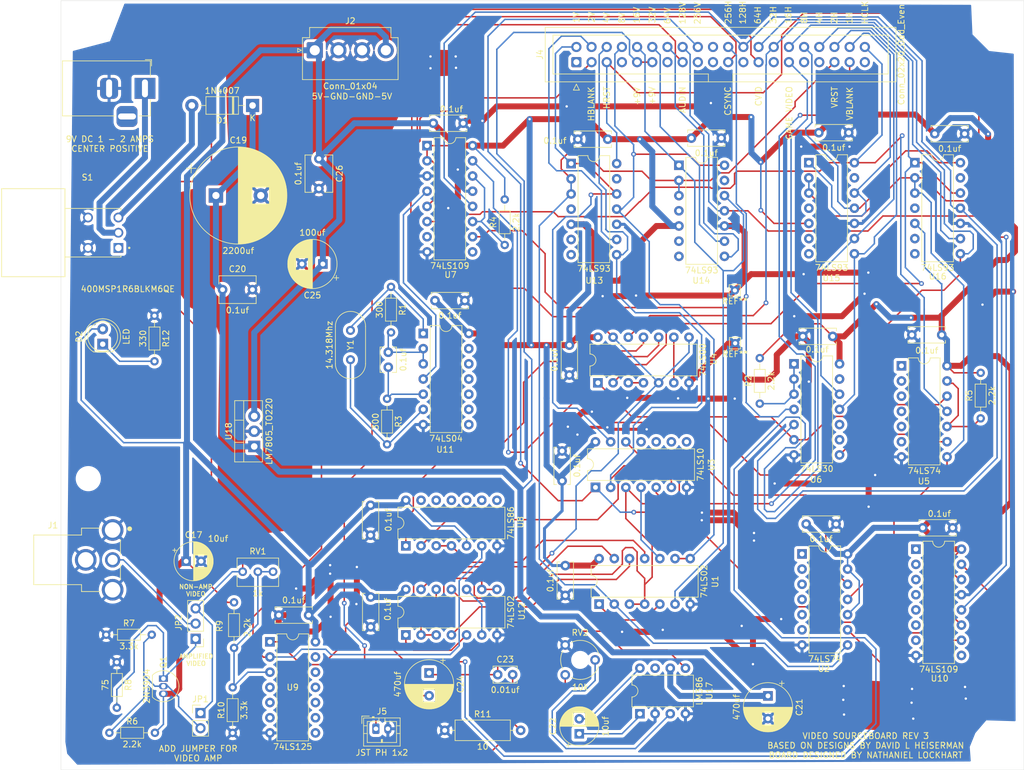
<source format=kicad_pcb>
(kicad_pcb (version 20211014) (generator pcbnew)
  (layers (0 "F.Cu" signal) (31 "B.Cu" signal) (34 "B.Paste" user) (35 "F.Paste" user) (36 "B.SilkS" user "B.Silkscreen") (37 "F.SilkS" user "F.Silkscreen") (38 "B.Mask" user) (39 "F.Mask" user) (44 "Edge.Cuts" user))
  (net 0 "")
  (net 1 "Net-(C13-Pad1)")
  (net 2 "Net-(C13-Pad2)")
  (net 3 "+5V")
  (net 4 "GND")
  (net 5 "+9V")
  (net 6 "Net-(C22-Pad1)")
  (net 7 "Net-(C22-Pad2)")
  (net 8 "Net-(C23-Pad1)")
  (net 9 "Net-(C23-Pad2)")
  (net 10 "Net-(C24-Pad2)")
  (net 11 "Net-(D1-Pad2)")
  (net 12 "Net-(D2-Pad1)")
  (net 13 "VIDEOOUT")
  (net 15 "1V")
  (net 16 "HBLANK")
  (net 17 "2V")
  (net 18 "HRST")
  (net 19 "4V")
  (net 21 "8V")
  (net 22 "16V")
  (net 23 "32V")
  (net 25 "64V")
  (net 26 "AUDIN")
  (net 27 "128V")
  (net 29 "256V")
  (net 32 "CSYNC")
  (net 33 "256H")
  (net 35 "128H")
  (net 36 "CVID")
  (net 37 "64H")
  (net 39 "32H")
  (net 40 "GVID")
  (net 41 "16H")
  (net 43 "8H")
  (net 45 "4H")
  (net 46 "VRST")
  (net 47 "2H")
  (net 48 "VBLANK")
  (net 49 "1H")
  (net 51 "HCLK")
  (net 52 "Net-(J3-Pad1)")
  (net 53 "Net-(JP1-Pad2)")
  (net 54 "Net-(JP2-Pad1)")
  (net 55 "Net-(R1-Pad1)")
  (net 56 "Net-(R2-Pad1)")
  (net 57 "Net-(R3-Pad2)")
  (net 58 "Net-(R4-Pad1)")
  (net 59 "Net-(R5-Pad1)")
  (net 60 "Net-(R10-Pad2)")
  (net 61 "Net-(RV2-Pad2)")
  (net 63 "Net-(U5-Pad12)")
  (net 64 "Net-(U1-Pad1)")
  (net 65 "HSYNC")
  (net 66 "Net-(U1-Pad10)")
  (net 67 "Net-(U1-Pad11)")
  (net 68 "Net-(U1-Pad12)")
  (net 69 "Net-(U1-Pad13)")
  (net 70 "Net-(U10-Pad15)")
  (net 71 "Net-(U2-Pad12)")
  (net 72 "Net-(U3-Pad6)")
  (net 73 "Net-(U4-Pad3)")
  (net 74 "Net-(U4-Pad6)")
  (net 75 "Net-(U4-Pad10)")
  (net 76 "Net-(U11-Pad4)")
  (net 87 "Net-(U12-Pad1)")
  (net 88 "Net-(U12-Pad10)")
  (net 89 "Net-(U12-Pad13)")
  (footprint "Capacitor_THT:C_Disc_D6.0mm_W2.5mm_P5.00mm" (layer "F.Cu") (at 277.8144 110.617)
    (fp_text reference "C18" hide)
    (fp_text value "0.1uf")
  )
  (footprint "Capacitor_THT:C_Disc_D6.0mm_W2.5mm_P5.00mm" (layer "F.Cu") (at 223.099 111.5314 180)
    (fp_text reference "C14" hide)
    (fp_text value "0.1uf")
  )
  (footprint "Capacitor_THT:C_Rect_L4.0mm_W2.5mm_P2.50mm" (layer "F.Cu") (at 186.3852 149.6822 90)
    (fp_text reference "C13" hide)
    (fp_text value "0.1uf")
  )
  (footprint "300SP1J1BLKM6QE:SW_400MSP1R6BLKM6QE" (layer "F.Cu") (at 141.22775 127.1778)
    (fp_text reference "S1")
    (fp_text value "400MSP1R6BLKM6QE")
  )
  (footprint "Resistor_THT:R_Axial_DIN0204_L3.6mm_D1.6mm_P7.62mm_Horizontal" (layer "F.Cu") (at 140.97 199.0344 -90)
    (fp_text reference "R8")
    (fp_text value "75")
  )
  (footprint "Connector_IDC:IDC-Header_2x20_P2.54mm_Vertical" (layer "F.Cu") (at 217.8558 98.6441 90)
    (fp_text reference "J4")
    (fp_text value "Conn_02x20_Odd_Even")
  )
  (footprint "LED_THT:LED_D5.0mm" (layer "F.Cu") (at 138.6078 145.8264 90)
    (fp_text reference "D2")
    (fp_text value "LED")
  )
  (footprint "Connector_BarrelJack:BarrelJack_Horizontal" (layer "F.Cu") (at 145.6746 103.0301)
    (fp_text reference "J3" hide)
    (fp_text value "Barrel_Jack_MountingPin" hide)
  )
  (footprint "Diode_THT:D_DO-41_SOD81_P10.16mm_Horizontal" (layer "F.Cu") (at 163.6776 105.8926 180)
    (fp_text reference "D1")
    (fp_text value "1N4007")
  )
  (footprint "Capacitor_THT:CP_Radial_D8.0mm_P3.50mm" (layer "F.Cu") (at 175.439451 132.4102 180)
    (fp_text reference "C25")
    (fp_text value "100uf")
  )
  (footprint "Resistor_THT:R_Axial_DIN0204_L3.6mm_D1.6mm_P7.62mm_Horizontal" (layer "F.Cu") (at 139.7254 210.8454)
    (fp_text reference "R6")
    (fp_text value "2.2k")
  )
  (footprint "Package_DIP:DIP-16_W7.62mm" (layer "F.Cu") (at 274.6602 180.1264)
    (fp_text reference "U10")
    (fp_text value "74LS109")
  )
  (footprint "Package_DIP:DIP-16_W7.62mm" (layer "F.Cu") (at 192.8722 112.6132)
    (fp_text reference "U7")
    (fp_text value "74LS109")
  )
  (footprint "Capacitor_THT:C_Disc_D6.0mm_W2.5mm_P5.00mm" (layer "F.Cu") (at 194.1976 138.5316)
    (fp_text reference "C10" hide)
    (fp_text value "0.1uf")
  )
  (footprint "Package_DIP:DIP-14_W7.62mm" (layer "F.Cu") (at 272.2472 149.4486)
    (fp_text reference "U5" hide)
    (fp_text value "74LS74")
  )
  (footprint "Capacitor_THT:C_Disc_D6.0mm_W2.5mm_P5.00mm" (layer "F.Cu") (at 193.9182 108.8644)
    (fp_text reference "C9" hide)
    (fp_text value "0.1uf")
  )
  (footprint "Resistor_THT:R_Axial_DIN0204_L3.6mm_D1.6mm_P7.62mm_Horizontal" (layer "F.Cu") (at 139.192 194.437)
    (fp_text reference "R7")
    (fp_text value "3.3k")
  )
  (footprint "MountingHole:MountingHole_3.2mm_M3_ISO7380" (layer "F.Cu") (at 136.1948 168.3258)
    (fp_text reference "REF**" hide)
    (fp_text value "MountingHole_3.2mm_M3_ISO7380" hide)
  )
  (footprint "Capacitor_THT:CP_Radial_D6.3mm_P2.50mm" (layer "F.Cu") (at 152.563821 182.1434)
    (fp_text reference "C17")
    (fp_text value "10uf")
  )
  (footprint "MountingHole:MountingHole_3.2mm_M3_ISO7380" (layer "F.Cu") (at 135.7376 92.202)
    (fp_text reference "REF**" hide)
    (fp_text value "MountingHole_3.2mm_M3_ISO7380" hide)
  )
  (footprint "Resistor_THT:R_Axial_DIN0204_L3.6mm_D1.6mm_P7.62mm_Horizontal" (layer "F.Cu") (at 147.2692 141.0716 -90)
    (fp_text reference "R12")
    (fp_text value "330")
  )
  (footprint "Capacitor_THT:C_Disc_D6.0mm_W2.5mm_P5.00mm" (layer "F.Cu") (at 260.7418 144.526 180)
    (fp_text reference "C8" hide)
    (fp_text value "0.1uf")
  )
  (footprint "Connector_PinHeader_2.54mm:PinHeader_1x02_P2.54mm_Vertical" (layer "F.Cu") (at 154.9654 207.5434)
    (fp_text reference "JP1")
    (fp_text value "Jumper_2_Open" hide)
  )
  (footprint "Capacitor_THT:CP_Radial_D8.0mm_P3.80mm" (layer "F.Cu") (at 193.2178 200.838549 -90)
    (fp_text reference "C24")
    (fp_text value "470uf")
  )
  (footprint "Resistor_THT:R_Axial_DIN0204_L3.6mm_D1.6mm_P7.62mm_Horizontal" (layer "F.Cu") (at 205.867 129.2352 90)
    (fp_text reference "R4")
    (fp_text value "2.2k")
  )
  (footprint "Capacitor_THT:C_Disc_D6.0mm_W2.5mm_P5.00mm" (layer "F.Cu") (at 215.4682 168.6922 90)
    (fp_text reference "C6" hide)
    (fp_text value "0.1uf")
  )
  (footprint "Resistor_THT:R_Axial_DIN0204_L3.6mm_D1.6mm_P7.62mm_Horizontal" (layer "F.Cu") (at 160.5788 196.6468 90)
    (fp_text reference "R9")
    (fp_text value "2.2k")
  )
  (footprint "Resistor_THT:R_Axial_DIN0204_L3.6mm_D1.6mm_P7.62mm_Horizontal" (layer "F.Cu") (at 160.3502 210.8708 90)
    (fp_text reference "R10")
    (fp_text value "3.3k")
  )
  (footprint "Package_DIP:DIP-14_W7.62mm" (layer "F.Cu") (at 221.6608 189.3216 90)
    (fp_text reference "U1" hide)
    (fp_text value "74LS02")
  )
  (footprint "Resistor_THT:R_Axial_DIN0204_L3.6mm_D1.6mm_P7.62mm_Horizontal" (layer "F.Cu") (at 186.8424 136.2456 -90)
    (fp_text reference "R1")
    (fp_text value "300")
  )
  (footprint "Crystal:Crystal_HC18-U_Vertical" (layer "F.Cu") (at 180.0606 143.5238 -90)
    (fp_text reference "Y1" hide)
    (fp_text value "14.318Mhz")
  )
  (footprint "Package_DIP:DIP-14_W7.62mm" (layer "F.Cu") (at 256.7532 115.4634)
    (fp_text reference "U15" hide)
    (fp_text value "74LS93")
  )
  (footprint "Capacitor_THT:C_Disc_D6.0mm_W2.5mm_P5.00mm" (layer "F.Cu") (at 256.3006 175.9204)
    (fp_text reference "C5" hide)
    (fp_text value "0.1uf")
  )
  (footprint "Capacitor_THT:CP_Radial_D8.0mm_P3.80mm" (layer "F.Cu") (at 249.9106 204.673949 -90)
    (fp_text reference "C21")
    (fp_text value "470uf")
  )
  (footprint "Package_TO_SOT_THT:TO-220-3_Vertical" (layer "F.Cu") (at 163.957 162.941 90)
    (fp_text reference "U18")
    (fp_text value "LM7805_TO220")
  )
  (footprint "Connector_JST:JST_PH_B2B-PH-K_1x02_P2.00mm_Vertical" (layer "F.Cu") (at 184.3184 210.1684)
    (fp_text reference "J5")
    (fp_text value "JST PH 1x2")
  )
  (footprint "Capacitor_THT:C_Disc_D6.0mm_W2.5mm_P5.00mm" (layer "F.Cu") (at 216.6874 145.9884 -90)
    (fp_text reference "C7" hide)
    (fp_text value "0.1uf")
  )
  (footprint "Capacitor_THT:C_Disc_D6.0mm_W2.5mm_P5.00mm" (layer "F.Cu") (at 237.0982 111.3536)
    (fp_text reference "C15" hide)
    (fp_text value "0.1uf")
  )
  (footprint "Capacitor_THT:C_Disc_D6.0mm_W2.5mm_P5.00mm" (layer "F.Cu") (at 278.979 144.272 180)
    (fp_text reference "C1" hide)
    (fp_text value "0.1uf")
  )
  (footprint "Resistor_THT:R_Axial_DIN0204_L3.6mm_D1.6mm_P7.62mm_Horizontal" (layer "F.Cu") (at 186.182 154.9654 -90)
    (fp_text reference "R3")
    (fp_text value "300")
  )
  (footprint "Package_DIP:DIP-14_W7.62mm" (layer "F.Cu") (at 216.9768 115.6158)
    (fp_text reference "U13" hide)
    (fp_text value "74LS93")
  )
  (footprint "footprints:CUI_RCJ-014" (layer "F.Cu") (at 134.3152 181.9148)
    (fp_text reference "J1")
    (fp_text value "RCJ-014")
  )
  (footprint "Connector_Pin:Pin_D0.7mm_L6.5mm_W1.8mm_FlatFork" (layer "F.Cu") (at 244.3734 136.8298)
    (fp_text reference "REF**")
    (fp_text value "Pin_D0.7mm_L6.5mm_W1.8mm_FlatFork" hide)
  )
  (footprint "Package_DIP:DIP-14_W7.62mm" (layer "F.Cu") (at 254.264 149.1184)
    (fp_text reference "U6" hide)
    (fp_text value "74LS30")
  )
  (footprint "Package_DIP:DIP-14_W7.62mm" (layer "F.Cu") (at 235.0108 115.8952)
    (fp_text reference "U14" hide)
    (fp_text value "74LS93")
  )
  (footprint "Resistor_THT:R_Axial_DIN0204_L3.6mm_D1.6mm_P7.62mm_Horizontal" (layer "F.Cu") (at 248.539 155.7782 90)
    (fp_text reference "R2")
    (fp_text value "2.2k")
  )
  (footprint "Package_DIP:DIP-8_W7.62mm" (layer "F.Cu") (at 228.483 207.6604 90)
    (fp_text reference "U17" hide)
    (fp_text value "LM386")
  )
  (footprint "Resistor_THT:R_Axial_DIN0309_L9.0mm_D3.2mm_P12.70mm_Horizontal" (layer "F.Cu") (at 195.834 210.439)
    (fp_text reference "R11")
    (fp_text value "10")
  )
  (footprint "Capacitor_THT:C_Disc_D6.0mm_W2.5mm_P5.00mm" (layer "F.Cu") (at 258.4196 110.4392)
    (fp_text reference "C16" hide)
    (fp_text value "0.1uf")
  )
  (footprint "Capacitor_THT:C_Disc_D6.0mm_W2.5mm_P5.00mm" (layer "F.Cu") (at 183.4388 188.127 -90)
    (fp_text reference "C2" hide)
    (fp_text value "0.1uf")
  )
  (footprint "Package_DIP:DIP-14_W7.62mm" (layer "F.Cu") (at 255.6102 180.9192)
    (fp_text reference "U2" hide)
    (fp_text value "74LS74")
  )
  (footprint "Capacitor_THT:CP_Radial_D6.3mm_P2.50mm" (layer "F.Cu") (at 218.3384 211.01178 90)
    (fp_text reference "C22")
    (fp_text value "10uf")
  )
  (footprint "Package_DIP:DIP-14_W7.62mm" (layer "F.Cu") (at 221.0512 169.789 90)
    (fp_text reference "U3" hide)
    (fp_text value "74LS10")
  )
  (footprint "Capacitor_THT:C_Disc_D6.0mm_W2.5mm_P5.00mm" (layer "F.Cu") (at 216.0016 182.8692 -90)
    (fp_text reference "C12" hide)
    (fp_text value "0.1uf")
  )
  (footprint "Capacitor_THT:C_Disc_D3.8mm_W2.6mm_P2.50mm" (layer "F.Cu") (at 204.6932 201.1172)
    (fp_text reference "C23")
    (fp_text value "0.01uf")
  )
  (footprint "Potentiometer_THT:Potentiometer_Piher_PT-6-V_Vertical_Hole" (layer "F.Cu") (at 215.9908 201.1534)
    (fp_text reference "RV2")
    (fp_text value "10k")
  )
  (footprint "Capacitor_THT:CP_Radial_D16.0mm_P7.50mm" (layer "F.Cu") (at 157.548646 120.9548)
    (fp_text reference "C19")
    (fp_text value "2200uf")
  )
  (footprint "Capacitor_THT:C_Disc_D6.0mm_W2.5mm_P5.00mm" (layer "F.Cu") (at 275.8078 176.5554)
    (fp_text reference "C3" hide)
    (fp_text value "0.1uf")
  )
  (footprint "Capacitor_THT:C_Disc_D6.0mm_W2.5mm_P5.00mm" (layer "F.Cu") (at 183.4134 172.7854 -90)
    (fp_text reference "C4" hide)
    (fp_text value "0.1uf")
  )
  (footprint "Package_DIP:DIP-14_W7.62mm" (layer "F.Cu") (at 221.4576 152.2884 90)
    (fp_text reference "U4" hide)
    (fp_text value "74LS00")
  )
  (footprint "MountingHole:MountingHole_3.2mm_M3_ISO7380" (layer "F.Cu") (at 288.3408 213.2584)
    (fp_text reference "REF**" hide)
    (fp_text value "MountingHole_3.2mm_M3_ISO7380" hide)
  )
  (footprint "Connector_JST:JST_VH_B4P-VH-B_1x04_P3.96mm_Vertical" (layer "F.Cu") (at 174.0891 96.6558)
    (fp_text reference "J2")
    (fp_text value "Conn_01x04")
  )
  (footprint "Package_TO_SOT_THT:TO-92_Inline" (layer "F.Cu") (at 148.7634 201.7776 -90)
    (fp_text reference "Q1")
    (fp_text value "2N3904")
  )
  (footprint "Capacitor_THT:C_Disc_D6.0mm_W4.4mm_P5.00mm" (layer "F.Cu") (at 158.663 136.7028)
    (fp_text reference "C20")
    (fp_text value "0.1uf")
  )
  (footprint "Package_DIP:DIP-14_W7.62mm" (layer "F.Cu") (at 166.5832 195.6258)
    (fp_text reference "U9" hide)
    (fp_text value "74LS125")
  )
  (footprint "Package_DIP:DIP-14_W7.62mm" (layer "F.Cu") (at 192.2372 144.0384)
    (fp_text reference "U11" hide)
    (fp_text value "74LS04")
  )
  (footprint "Potentiometer_THT:Potentiometer_Bourns_3266Y_Vertical" (layer "F.Cu") (at 167.1066 183.896)
    (fp_text reference "RV1")
    (fp_text value "1k")
  )
  (footprint "MountingHole:MountingHole_3.2mm_M3_ISO7380" (layer "F.Cu") (at 288.3916 92.329)
    (fp_text reference "REF**" hide)
    (fp_text value "MountingHole_3.2mm_M3_ISO7380" hide)
  )
  (footprint "Package_DIP:DIP-14_W7.62mm" (layer "F.Cu") (at 274.4824 115.4634)
    (fp_text reference "U16" hide)
    (fp_text value "74LS93")
  )
  (footprint "Package_DIP:DIP-14_W7.62mm" (layer "F.Cu") (at 189.3266 179.568 90)
    (fp_text reference "U8" hide)
    (fp_text value "74LS86")
  )
  (footprint "Connector_Pin:Pin_D0.7mm_L6.5mm_W1.8mm_FlatFork" (layer "F.Cu") (at 244.4242 145.669)
    (fp_text reference "REF**")
    (fp_text value "Pin_D0.7mm_L6.5mm_W1.8mm_FlatFork" hide)
  )
  (footprint "Capacitor_THT:C_Disc_D6.0mm_W4.4mm_P5.00mm" (layer "F.Cu") (at 174.7774 114.7972 -90)
    (fp_text reference "C26")
    (fp_text value "0.1uf")
  )
  (footprint "Capacitor_THT:C_Disc_D6.0mm_W2.5mm_P5.00mm" (layer "F.Cu") (at 173.061 191.1604 180)
    (fp_text reference "C11" hide)
    (fp_text value "0.1uf")
  )
  (footprint "Resistor_THT:R_Axial_DIN0204_L3.6mm_D1.6mm_P7.62mm_Horizontal" (layer "F.Cu") (at 285.496 158.242 90)
    (fp_text reference "R5")
    (fp_text value "2.2k")
  )
  (footprint "Package_DIP:DIP-14_W7.62mm" (layer "F.Cu") (at 189.3266 194.4778 90)
    (fp_text reference "U12" hide)
    (fp_text value "74LS02")
  )
  (footprint "Connector_PinHeader_2.54mm:PinHeader_1x03_P2.54mm_Vertical" (layer "F.Cu") (at 154.1526 195.1228 180)
    (fp_text reference "JP2")
    (fp_text value "Jumper_3_Open" hide)
  )
  (gr_rect (start 292.735 88.3412) (end 131.6228 217.043) (layer "Edge.Cuts") (width 0.05) (fill none))
  (gr_text "64H" (at 248.2088 90.7796 90) (layer "F.SilkS") (effects (font (size 1 1))))
  (gr_text "+9V" (at 228.0158 104.3432 90) (layer "F.SilkS") (effects (font (size 1 1))))
  (gr_text "8V" (at 225.4758 91.2368 90) (layer "F.SilkS") (effects (font (size 1 1))))
  (gr_text "256V" (at 238.125 90.4494 90) (layer "F.SilkS") (effects (font (size 1 1))))
  (gr_text "32V" (at 230.5558 90.7542 90) (layer "F.SilkS") (effects (font (size 1 1))))
  (gr_text "16H" (at 253.3142 90.7796 90) (layer "F.SilkS") (effects (font (size 1 1))))
  (gr_text "AUDIN" (at 235.6104 104.9528 90) (layer "F.SilkS") (effects (font (size 1 1))))
  (gr_text "GAME VIDEO" (at 253.4666 107.1626 90) (layer "F.SilkS") (effects (font (size 1 1))))
  (gr_text "+9V" (at 230.5304 104.267 90) (layer "F.SilkS") (effects (font (size 1 1))))
  (gr_text "2V" (at 220.4212 91.1098 90) (layer "F.SilkS") (effects (font (size 1 1))))
  (gr_text "ADD JUMPER FOR\nVIDEO AMP" (at 154.5844 214.2998) (layer "F.SilkS") (effects (font (size 1 1))))
  (gr_text "4H" (at 258.4958 91.2114 90) (layer "F.SilkS") (effects (font (size 1 1))))
  (gr_text "NON-AMP\nVIDEO" (at 154.178 187.0202) (layer "F.SilkS") (effects (font (size 0.75 0.75))))
  (gr_text "64V" (at 233.0958 90.8812 90) (layer "F.SilkS") (effects (font (size 1 1))))
  (gr_text "1H" (at 263.525 91.2368 90) (layer "F.SilkS") (effects (font (size 1 1))))
  (gr_text "256H" (at 243.2812 90.3224 90) (layer "F.SilkS") (effects (font (size 1 1))))
  (gr_text "VIDEO SOURCEBOARD REV 3\nBASED ON DESIGNS BY DAVID L HEISERMAN\nBOARD DESIGNED BY NATHANIEL LOCKHART" (at 266.2682 212.979) (layer "F.SilkS") (effects (font (size 1 1))))
  (gr_text "32H" (at 250.7996 90.7542 90) (layer "F.SilkS") (effects (font (size 1 1))))
  (gr_text "HBLANK" (at 220.345 105.6386 90) (layer "F.SilkS") (effects (font (size 1 1))))
  (gr_text "CSYNC" (at 243.205 105.156 90) (layer "F.SilkS") (effects (font (size 1 1))))
  (gr_text "16V" (at 227.9396 90.7796 90) (layer "F.SilkS") (effects (font (size 1 1))))
  (gr_text "VBLANK" (at 263.6012 105.5878 90) (layer "F.SilkS") (effects (font (size 1 1))))
  (gr_text "1V" (at 217.8558 91.1606 90) (layer "F.SilkS") (effects (font (size 1 1))))
  (gr_text "VRST" (at 261.0612 104.521 90) (layer "F.SilkS") (effects (font (size 1 1))))
  (gr_text "2H" (at 261.0104 91.2114 90) (layer "F.SilkS") (effects (font (size 1 1))))
  (gr_text "CVID" (at 248.3358 104.3432 90) (layer "F.SilkS") (effects (font (size 1 1))))
  (gr_text "128H" (at 245.6942 90.3478 90) (layer "F.SilkS") (effects (font (size 1 1))))
  (gr_text "AMPLIFIED\nVIDEO" (at 154.2288 198.6534) (layer "F.SilkS") (effects (font (size 0.75 0.75))))
  (gr_text "HCLK" (at 266.1412 90.3478 90) (layer "F.SilkS") (effects (font (size 1 1))))
  (gr_text "9V DC 1 - 2 AMPS\nCENTER POSITIVE" (at 139.8016 112.3188) (layer "F.SilkS") (effects (font (size 1 1))))
  (gr_text "8H" (at 255.9812 91.2114 90) (layer "F.SilkS") (effects (font (size 1 1))))
  (gr_text "5V-GND-GND-5V" (at 180.3146 104.3686) (layer "F.SilkS") (effects (font (size 1 1))))
  (gr_text "4V" (at 222.9104 91.2114 90) (layer "F.SilkS") (effects (font (size 1 1))))
  (gr_text "128V" (at 235.6104 90.424 90) (layer "F.SilkS") (effects (font (size 1 1))))
  (gr_text "HRST" (at 222.9358 104.5972 90) (layer "F.SilkS") (effects (font (size 1 1))))
  (segment (start 186.3852 154.7622) (end 186.182 154.9654) (width 0.25) (layer "B.Cu") (net 1))
  (segment (start 186.3852 149.6822) (end 186.3852 154.7622) (width 0.25) (layer "B.Cu") (net 1))
  (segment (start 192.2372 154.1984) (end 186.949 154.1984) (width 0.25) (layer "B.Cu") (net 1))
  (segment (start 186.949 154.1984) (end 186.182 154.9654) (width 0.25) (layer "B.Cu") (net 1))
  (segment (start 191.6334 147.1822) (end 192.2372 146.5784) (width 0.25) (layer "B.Cu") (net 2))
  (segment (start 186.3852 144.3228) (end 186.8424 143.8656) (width 0.25) (layer "B.Cu") (net 2))
  (segment (start 186.3852 147.1822) (end 191.6334 147.1822) (width 0.25) (layer "B.Cu") (net 2))
  (segment (start 186.3852 147.1822) (end 186.3852 144.3228) (width 0.25) (layer "B.Cu") (net 2))
  (segment (start 192.2372 149.1184) (end 192.2372 146.5784) (width 0.25) (layer "B.Cu") (net 2))
  (segment (start 194.8434 120.802) (end 194.8434 116.332) (width 0.25) (layer "F.Cu") (net 3))
  (segment (start 250.9216 125.6234) (end 248.7168 123.4186) (width 0.25) (layer "F.Cu") (net 3))
  (segment (start 281.0406 150.622) (end 279.8672 149.4486) (width 0.25) (layer "F.Cu") (net 3))
  (segment (start 273.8374 141.4018) (end 278.6126 141.4018) (width 1) (layer "F.Cu") (net 3))
  (segment (start 287.4518 122.8344) (end 286.7406 122.1232) (width 1) (layer "F.Cu") (net 3))
  (segment (start 219.0954 125.7758) (end 216.9768 125.7758) (width 1) (layer "F.Cu") (net 3))
  (segment (start 282.2244 149.4486) (end 283.845 147.828) (width 1) (layer "F.Cu") (net 3))
  (segment (start 278.979 141.0354) (end 284.9626 135.0518) (width 1) (layer "F.Cu") (net 3))
  (segment (start 223.0628 135.2042) (end 220.853 132.9944) (width 1) (layer "F.Cu") (net 3))
  (segment (start 192.8722 122.7732) (end 194.8434 120.802) (width 0.25) (layer "F.Cu") (net 3))
  (segment (start 148.1328 191.4652) (end 151.4094 194.7418) (width 1) (layer "F.Cu") (net 3))
  (segment (start 220.853 127.5334) (end 219.0954 125.7758) (width 1) (layer "F.Cu") (net 3))
  (segment (start 288.3916 147.828) (end 290.6522 150.0886) (width 1) (layer "F.Cu") (net 3))
  (segment (start 262.636 144.526) (end 268.0462 139.1158) (width 1) (layer "F.Cu") (net 3))
  (segment (start 280.3906 183.6928) (end 281.9042 185.2064) (width 0.25) (layer "F.Cu") (net 3))
  (segment (start 261.4422 107.4166) (end 274.614 107.4166) (width 1) (layer "F.Cu") (net 3))
  (segment (start 216.6874 145.9884) (end 212.8374 145.9884) (width 1) (layer "F.Cu") (net 3))
  (segment (start 289.7886 131.7498) (end 291.2364 130.302) (width 1) (layer "F.Cu") (net 3))
  (segment (start 261.884 145.6682) (end 260.7418 144.526) (width 1) (layer "F.Cu") (net 3))
  (segment (start 278.5256 173.8376) (end 275.8078 176.5554) (width 1) (layer "F.Cu") (net 3))
  (segment (start 194.8434 116.332) (end 193.6646 115.1532) (width 0.25) (layer "F.Cu") (net 3))
  (segment (start 254.2794 142.4178) (end 248.539 148.1582) (width 0.25) (layer "F.Cu") (net 3))
  (segment (start 148.1328 185.9788) (end 148.1328 191.4652) (width 1) (layer "F.Cu") (net 3))
  (segment (start 280.3906 182.016) (end 280.3906 183.388) (width 0.25) (layer "F.Cu") (net 3))
  (segment (start 236.9204 111.5314) (end 237.0982 111.3536) (width 1) (layer "F.Cu") (net 3))
  (segment (start 228.473 111.5314) (end 236.9204 111.5314) (width 1) (layer "F.Cu") (net 3))
  (segment (start 237.0982 111.3536) (end 240.6288 107.823) (width 1) (layer "F.Cu") (net 3))
  (segment (start 261.884 149.1184) (end 261.884 145.6682) (width 1) (layer "F.Cu") (net 3))
  (segment (start 223.099 111.5314) (end 228.473 111.5314) (width 1) (layer "F.Cu") (net 3))
  (segment (start 279.3788 180.1264) (end 282.2802 180.1264) (width 1) (layer "F.Cu") (net 3))
  (segment (start 281.9042 185.2064) (end 282.2802 185.2064) (width 0.25) (layer "F.Cu") (net 3))
  (segment (start 235.0108 126.0552) (end 231.2466 126.0552) (width 1) (layer "F.Cu") (net 3))
  (segment (start 284.9626 135.0518) (end 288.2646 131.7498) (width 1) (layer "F.Cu") (net 3))
  (segment (start 220.4932 182.8692) (end 221.6608 181.7016) (width 1) (layer "F.Cu") (net 3))
  (segment (start 218.0074 144.6684) (end 216.6874 145.9884) (width 1) (layer "F.Cu") (net 3))
  (segment (start 278.979 144.272) (end 278.979 141.0354) (width 1) (layer "F.Cu") (net 3))
  (segment (start 210.3228 145.9884) (end 204.6624 145.9884) (width 1) (layer "F.Cu") (net 3))
  (segment (start 196.8392 111.7854) (end 196.9008 111.7854) (width 1) (layer "F.Cu") (net 3))
  (segment (start 220.853 132.9944) (end 220.853 127.5334) (width 1) (layer "F.Cu") (net 3))
  (segment (start 286.7406 122.1232) (end 286.7406 110.6678) (width 1) (layer "F.Cu") (net 3))
  (segment (start 282.2802 180.1264) (end 280.3906 182.016) (width 0.25) (layer "F.Cu") (net 3))
  (segment (start 290.6522 150.0886) (end 290.6522 172.212) (width 1) (layer "F.Cu") (net 3))
  (segment (start 274.614 107.4166) (end 277.8144 110.617) (width 1) (layer "F.Cu") (net 3))
  (segment (start 197.7286 112.6132) (end 200.4922 112.6132) (width 1) (layer "F.Cu") (net 3))
  (segment (start 285.496 150.622) (end 281.0406 150.622) (width 0.25) (layer "F.Cu") (net 3))
  (segment (start 260.7418 144.526) (end 258.6336 142.4178) (width 0.25) (layer "F.Cu") (net 3))
  (segment (start 152.563821 182.1434) (end 159.447221 189.0268) (width 0.25) (layer "F.Cu") (net 3))
  (segment (start 151.4094 203.4794) (end 150.5712 204.3176) (width 1) (layer "F.Cu") (net 3))
  (segment (start 290.6522 172.212) (end 289.0266 173.8376) (width 1) (layer "F.Cu") (net 3))
  (segment (start 219.7462 108.1786) (end 210.0326 108.1786) (width 1) (layer "F.Cu") (net 3))
  (segment (start 227.9142 129.3876) (end 227.9142 132.3086) (width 1) (layer "F.Cu") (net 3))
  (segment (start 291.2364 130.302) (end 291.2364 126.3904) (width 1) (layer "F.Cu") (net 3))
  (segment (start 279.8672 149.4486) (end 282.2244 149.4486) (width 1) (layer "F.Cu") (net 3))
  (segment (start 280.3906 183.388) (end 280.3906 183.6928) (width 0.25) (layer "F.Cu") (net 3))
  (segment (start 253.619 110.4392) (end 248.6914 115.3668) (width 1) (layer "F.Cu") (net 3))
  (segment (start 221.4576 144.6684) (end 218.0074 144.6684) (width 1) (layer "F.Cu") (net 3))
  (segment (start 282.2802 192.8264) (end 280.3906 190.9368) (width 0.25) (layer "F.Cu") (net 3))
  (segment (start 258.4196 110.4392) (end 261.4422 107.4166) (width 1) (layer "F.Cu") (net 3))
  (segment (start 258.4196 110.4392) (end 253.619 110.4392) (width 1) (layer "F.Cu") (net 3))
  (segment (start 210.0326 108.1786) (end 205.598 112.6132) (width 1) (layer "F.Cu") (net 3))
  (segment (start 225.0186 135.2042) (end 223.0628 135.2042) (width 1) (layer "F.Cu") (net 3))
  (segment (start 151.4094 194.7418) (end 151.4094 203.4794) (width 1) (layer "F.Cu") (net 3))
  (segment (start 278.6126 141.4018) (end 278.979 141.0354) (width 1) (layer "F.Cu") (net 3))
  (segment (start 150.5712 204.3176) (end 148.7634 204.3176) (width 1) (layer "F.Cu") (net 3))
  (segment (start 204.6624 145.9884) (end 202.7124 144.0384) (width 1) (layer "F.Cu") (net 3))
  (segment (start 240.6288 107.823) (end 247.0912 107.823) (width 1) (layer "F.Cu") (net 3))
  (segment (start 200.4922 112.6132) (end 192.8722 112.6132) (width 0.25) (layer "F.Cu") (net 3))
  (segment (start 283.845 147.828) (end 288.3916 147.828) (width 1) (layer "F.Cu") (net 3))
  (segment (start 223.099 111.5314) (end 219.7462 108.1786) (width 1) (layer "F.Cu") (net 3))
  (segment (start 193.6646 115.1532) (end 192.8722 115.1532) (width 0.25) (layer "F.Cu") (net 3))
  (segment (start 151.9682 182.1434) (end 148.1328 185.9788) (width 1) (layer "F.Cu") (net 3))
  (segment (start 216.0016 182.8692) (end 220.4932 182.8692) (width 1) (layer "F.Cu") (net 3))
  (segment (start 287.6804 122.8344) (end 287.4518 122.8344) (width 1) (layer "F.Cu") (net 3))
  (segment (start 212.8374 145.9884) (end 210.3228 145.9884) (width 1) (layer "F.Cu") (net 3))
  (segment (start 288.2646 131.7498) (end 289.7886 131.7498) (width 1) (layer "F.Cu") (net 3))
  (segment (start 192.8722 112.6132) (end 192.8722 115.1532) (width 0.25) (layer "F.Cu") (net 3))
  (segment (start 258.6336 142.4178) (end 254.2794 142.4178) (width 0.25) (layer "F.Cu") (net 3))
  (segment (start 202.7124 144.0384) (end 199.8572 144.0384) (width 1) (layer "F.Cu") (net 3))
  (segment (start 196.9008 111.7854) (end 197.7286 112.6132) (width 1) (layer "F.Cu") (net 3))
  (segment (start 193.9182 108.8644) (end 196.8392 111.7854) (width 1) (layer "F.Cu") (net 3))
  (segment (start 231.2466 126.0552) (end 227.9142 129.3876) (width 1) (layer "F.Cu") (net 3))
  (segment (start 227.9142 132.3086) (end 225.0186 135.2042) (width 1) (layer "F.Cu") (net 3))
  (segment (start 205.598 112.6132) (end 200.4922 112.6132) (width 1) (layer "F.Cu") (net 3))
  (segment (start 256.7532 125.6234) (end 250.9216 125.6234) (width 0.25) (layer "F.Cu") (net 3))
  (segment (start 152.563821 182.1434) (end 151.9682 182.1434) (width 1) (layer "F.Cu") (net 3))
  (segment (start 159.447221 189.0268) (end 160.5788 189.0268) (width 0.25) (layer "F.Cu") (net 3))
  (segment (start 291.2364 126.3904) (end 287.6804 122.8344) (width 1) (layer "F.Cu") (net 3))
  (segment (start 280.3906 190.9368) (end 280.3906 183.388) (width 0.25) (layer "F.Cu") (net 3))
  (segment (start 260.7418 144.526) (end 262.636 144.526) (width 1) (layer "F.Cu") (net 3))
  (segment (start 289.0266 173.8376) (end 278.5256 173.8376) (width 1) (layer "F.Cu") (net 3))
  (segment (start 275.8078 176.5554) (end 279.3788 180.1264) (width 1) (layer "F.Cu") (net 3))
  (via (at 248.6914 115.3668) (size 0.8) (drill 0.4) (layers "F.Cu" "B.Cu") (net 3))
  (via (at 286.7406 110.6678) (size 0.8) (drill 0.4) (layers "F.Cu" "B.Cu") (net 3))
  (via (at 248.7168 123.4186) (size 0.8) (drill 0.4) (layers "F.Cu" "B.Cu") (net 3))
  (via (at 210.0326 108.1786) (size 0.8) (drill 0.4) (layers "F.Cu" "B.Cu") (net 3))
  (via (at 247.0912 107.823) (size 0.8) (drill 0.4) (layers "F.Cu" "B.Cu") (net 3))
  (via (at 210.3228 145.9884) (size 0.8) (drill 0.4) (layers "F.Cu" "B.Cu") (net 3))
  (via (at 212.8374 145.9884) (size 0.8) (drill 0.4) (layers "F.Cu" "B.Cu") (net 3))
  (via (at 268.0462 139.1158) (size 0.8) (drill 0.4) (layers "F.Cu" "B.Cu") (net 3))
  (via (at 228.473 111.5314) (size 0.8) (drill 0.4) (layers "F.Cu" "B.Cu") (net 3))
  (via (at 273.8374 141.4018) (size 0.8) (drill 0.4) (layers "F.Cu" "B.Cu") (net 3))
  (segment (start 212.8774 154.8638) (end 212.8774 146.2024) (width 1) (layer "B.Cu") (net 3))
  (segment (start 212.8774 146.2024) (end 212.9028 146.177) (width 1) (layer "B.Cu") (net 3))
  (segment (start 280.4306 108.0008) (end 284.0736 108.0008) (width 1) (layer "B.Cu") (net 3))
  (segment (start 263.2302 180.9192) (end 261.2994 180.9192) (width 1) (layer "B.Cu") (net 3))
  (segment (start 268.0462 139.1158) (end 270.3322 141.4018) (width 1) (layer "B.Cu") (net 3))
  (segment (start 263.2302 183.4592) (end 265.176 185.405) (width 0.25) (layer "B.Cu") (net 3))
  (segment (start 230.5558 113.6142) (end 230.5558 122.7582) (width 1) (layer "B.Cu") (net 3))
  (segment (start 248.6914 115.3668) (end 247.142 113.8174) (width 1) (layer "B.Cu") (net 3))
  (segment (start 212.8774 166.1014) (end 212.8774 154.8638) (width 1) (layer "B.Cu") (net 3))
  (segment (start 174.7774 97.3441) (end 174.0891 96.6558) (width 1) (layer "B.Cu") (net 3))
  (segment (start 184.658 93.1418) (end 185.9691 94.4529) (width 1) (layer "B.Cu") (net 3))
  (segment (start 174.7774 114.7972) (end 174.7774 97.3441) (width 1) (layer "B.Cu") (net 3))
  (segment (start 284.0736 108.0008) (end 286.7406 110.6678) (width 1) (layer "B.Cu") (net 3))
  (segment (start 199.7044 144.0384) (end 194.1976 138.5316) (width 1) (layer "B.Cu") (net 3))
  (segment (start 177.9632 117.983) (end 174.7774 114.7972) (width 1) (layer "B.Cu") (net 3))
  (segment (start 210.0326 145.6982) (end 210.0326 108.1786) (width 1) (layer "B.Cu") (net 3))
  (segment (start 233.8528 126.0552) (end 235.0108 126.0552) (width 1) (layer "B.Cu") (net 3))
  (segment (start 181.5192 186.2074) (end 178.014 186.2074) (width 1) (layer "B.Cu") (net 3))
  (segment (start 247.142 113.8174) (end 247.142 107.8738) (width 1) (layer "B.Cu") (net 3))
  (segment (start 199.8572 144.0384) (end 199.7044 144.0384) (width 1) (layer "B.Cu") (net 3))
  (segment (start 189.3266 171.948) (end 193.6292 176.2506) (width 0.25) (layer "B.Cu") (net 3))
  (segment (start 248.7168 123.4186) (end 248.7168 115.3922) (width 0.25) (layer "B.Cu") (net 3))
  (segment (start 216.6874 140.3096) (end 216.6874 145.9884) (width 1) (layer "B.Cu") (net 3))
  (segment (start 205.867 117.988) (end 205.867 121.6152) (width 0.25) (layer "B.Cu") (net 3))
  (segment (start 215.4682 173.7106) (end 215.4682 168.6922) (width 0.5) (layer "B.Cu") (net 3))
  (segment (start 175.439451 127.811149) (end 178.181 125.0696) (width 1) (layer "B.Cu") (net 3))
  (segment (start 183.4388 188.127) (end 181.5192 186.2074) (width 1) (layer "B.Cu") (net 3))
  (segment (start 158.623 103.0478) (end 165.015 96.6558) (width 1) (layer "B.Cu") (net 3))
  (segment (start 215.4682 168.6922) (end 212.8774 166.1014) (width 1) (layer "B.Cu") (net 3))
  (segment (start 247.142 107.8738) (end 247.0912 107.823) (width 1) (layer "B.Cu") (net 3))
  (segment (start 174.0891 95.8875) (end 176.8348 93.1418) (width 1) (layer "B.Cu") (net 3))
  (segment (start 279.8672 145.1602) (end 278.979 144.272) (width 1) (layer "B.Cu") (net 3))
  (segment (start 158.623 111.8362) (end 158.623 103.0478) (width 1) (layer "B.Cu") (net 3))
  (segment (start 278.979 135.7522) (end 278.979 144.272) (width 0.25) (layer "B.Cu") (net 3))
  (segment (start 178.181 125.0696) (end 178.181 117.983) (width 1) (layer "B.Cu") (net 3))
  (segment (start 175.439451 132.4102) (end 175.439451 127.811149) (width 1) (layer "B.Cu") (net 3))
  (segment (start 212.5218 181.5338) (end 212.5218 176.657) (width 0.5) (layer "B.Cu") (net 3))
  (segment (start 183.4134 172.7854) (end 188.4892 172.7854) (width 1) (layer "B.Cu") (net 3))
  (segment (start 210.3228 145.9884) (end 210.0326 145.6982) (width 1) (layer "B.Cu") (net 3))
  (segment (start 197.485 176.2506) (end 199.4866 178.2522) (width 0.25) (layer "B.Cu") (net 3))
  (segment (start 173.061 182.6622) (end 152.7048 162.306) (width 1) (layer "B.Cu") (net 3))
  (segment (start 213.8572 182.8692) (end 212.5218 181.5338) (width 0.5) (layer "B.Cu") (net 3))
  (segment (start 135.001 145.0848) (end 135.001 155.194) (width 0.25) (layer "B.Cu") (net 3))
  (segment (start 148.7634 209.4274) (end 147.3454 210.8454) (width 0.25) (layer "B.Cu") (net 3))
  (segment (start 228.473 111.5314) (end 230.5558 113.6142) (width 1) (layer "B.Cu") (net 3))
  (segment (start 215.4682 167.752) (end 221.0512 162.169) (width 1) (layer "B.Cu") (net 3))
  (segment (start 265.176 185.405) (end 265.176 189.1334) (width 0.25) (layer "B.Cu") (net 3))
  (segment (start 148.7634 204.3176) (end 148.7634 209.4274) (width 0.25) (layer "B.Cu") (net 3))
  (segment (start 152.7048 162.306) (end 152.7048 117.7544) (width 1) (layer "B.Cu") (net 3))
  (segment (start 138.6078 143.2864) (end 136.7994 143.2864) (width 0.25) (layer "B.Cu") (net 3))
  (segment (start 248.7168 115.3922) (end 248.6914 115.3668) (width 0.25) (layer "B.Cu") (net 3))
  (segment (start 135.001 155.194) (end 142.113 162.306) (width 0.25) (layer "B.Cu") (net 3))
  (segment (start 178.181 117.983) (end 177.9632 117.983) (width 1) (layer "B.Cu") (net 3))
  (segment (start 174.2032 192.3026) (end 173.061 191.1604) (width 1) (layer "B.Cu") (net 3))
  (segment (start 173.5366 182.6622) (end 173.061 182.6622) (width 1) (layer "B.Cu") (net 3))
  (segment (start 275.8078 176.5554) (end 267.594 176.5554) (width 1) (layer "B.Cu") (net 3))
  (segment (start 212.5218 176.657) (end 215.4682 173.7106) (width 0.5) (layer "B.Cu") (net 3))
  (segment (start 276.1234 132.969) (end 278.892 135.7376) (width 0.25) (layer "B.Cu") (net 3))
  (segment (start 193.9182 108.8644) (end 180.7102 108.8644) (width 1) (layer "B.Cu") (net 3))
  (segment (start 278.9936 135.7376) (end 278.979 135.7522) (width 0.25) (layer "B.Cu") (net 3))
  (segment (start 178.014 186.2074) (end 173.061 191.1604) (width 1) (layer "B.Cu") (net 3))
  (segment (start 219.837 137.16) (end 216.6874 140.3096) (width 1) (layer "B.Cu") (net 3))
  (segment (start 216.0016 182.8692) (end 213.8572 182.8692) (width 0.5) (layer "B.Cu") (net 3))
  (segment (start 276.1234 127.2644) (end 276.1234 132.969) (width 0.25) (layer "B.Cu") (net 3))
  (segment (start 230.5558 122.7582) (end 233.8528 126.0552) (width 1) (layer "B.Cu") (net 3))
  (segment (start 165.015 96.6558) (end 174.0891 96.6558) (width 1) (layer "B.Cu") (net 3))
  (segment (start 200.4922 112.6132) (end 205.867 117.988) (width 0.25) (layer "B.Cu") (net 3))
  (segment (start 270.3322 141.4018) (end 273.8374 141.4018) (width 1) (layer "B.Cu") (net 3))
  (segment (start 278.892 135.7376) (end 278.9936 135.7376) (width 0.25) (layer "B.Cu") (net 3))
  (segment (start 199.4866 178.2522) (end 199.4866 179.568) (width 0.25) (layer "B.Cu") (net 3))
  (segment (start 173.061 191.1604) (end 173.061 182.6622) (width 1) (layer "B.Cu") (net 3))
  (segment (start 152.7048 117.7544) (end 158.623 111.8362) (width 1) (layer "B.Cu") (net 3))
  (segment (start 215.4682 168.6922) (end 215.4682 167.752) (width 1) (layer "B.Cu") (net 3))
  (segment (start 183.4388 188.127) (end 188.0574 188.127) (width 1) (layer "B.Cu") (net 3))
  (segment (start 152.563821 162.446979) (end 152.7048 162.306) (width 1) (layer "B.Cu") (net 3))
  (segment (start 279.8672 149.4486) (end 279.8672 145.1602) (width 1) (layer "B.Cu") (net 3))
  (segment (start 216.9768 125.7758) (end 219.5272 125.7758) (width 1) (layer "B.Cu") (net 3))
  (segment (start 219.837 126.0856) (end 219.837 137.16) (width 1) (layer "B.Cu") (net 3))
  (segment (start 136.7994 143.2864) (end 135.001 145.0848) (width 0.25) (layer "B.Cu") (net 3))
  (segment (start 274.4824 125.6234) (end 276.1234 127.2644) (width 0.25) (layer "B.Cu") (net 3))
  (segment (start 188.0574 188.127) (end 189.3266 186.8578) (width 1) (layer "B.Cu") (net 3))
  (segment (start 263.2302 180.9192) (end 263.2302 183.4592) (width 0.25) (layer "B.Cu") (net 3))
  (segment (start 174.0891 96.6558) (end 174.0891 95.8875) (width 1) (layer "B.Cu") (net 3))
  (segment (start 142.113 162.306) (end 152.7048 162.306) (width 0.25) (layer "B.Cu") (net 3))
  (segment (start 180.7102 108.8644) (end 174.7774 114.7972) (width 1) (layer "B.Cu") (net 3))
  (segment (start 193.6292 176.2506) (end 197.485 176.2506) (width 0.25) (layer "B.Cu") (net 3))
  (segment (start 174.2032 195.6258) (end 174.2032 192.3026) (width 1) (layer "B.Cu") (net 3))
  (segment (start 265.176 189.1334) (end 263.2302 191.0792) (width 0.25) (layer "B.Cu") (net 3))
  (segment (start 176.8348 93.1418) (end 184.658 93.1418) (width 1) (layer "B.Cu") (net 3))
  (segment (start 185.9691 94.4529) (end 185.9691 96.6558) (width 1) (layer "B.Cu") (net 3))
  (segment (start 261.2994 180.9192) (end 256.3006 175.9204) (width 1) (layer "B.Cu") (net 3))
  (segment (start 267.594 176.5554) (end 263.2302 180.9192) (width 1) (layer "B.Cu") (net 3))
  (segment (start 163.957 143.892651) (end 175.439451 132.4102) (width 1) (layer "B.Cu") (net 3))
  (segment (start 152.563821 182.1434) (end 152.563821 162.446979) (width 1) (layer "B.Cu") (net 3))
  (segment (start 183.4134 172.7854) (end 173.5366 182.6622) (width 1) (layer "B.Cu") (net 3))
  (segment (start 188.4892 172.7854) (end 189.3266 171.948) (width 1) (layer "B.Cu") (net 3))
  (segment (start 219.5272 125.7758) (end 219.837 126.0856) (width 1) (layer "B.Cu") (net 3))
  (segment (start 277.8144 110.617) (end 280.4306 108.0008) (width 1) (layer "B.Cu") (net 3))
  (segment (start 163.957 157.861) (end 163.957 143.892651) (width 1) (layer "B.Cu") (net 3))
  (segment (start 252.1204 191.8208) (end 246.6594 191.8208) (width 1) (layer "F.Cu") (net 4))
  (segment (start 174.2694 193.9036) (end 169.291 193.9036) (width 1) (layer "F.Cu") (net 4))
  (segment (start 244.348 154.94) (end 239.9284 154.94) (width 1) (layer "F.Cu") (net 4))
  (segment (start 290.9316 137.033) (end 287.9852 137.033) (width 1) (layer "F.Cu") (net 4))
  (segment (start 247.5738 178.689) (end 247.5738 177.419) (width 1) (layer "F.Cu") (net 4))
  (segment (start 242.6308 126.0552) (end 244.9018 126.0552) (width 1) (layer "F.Cu") (net 4))
  (segment (start 238.8362 174.0408) (end 238.8616 174.0154) (width 1) (layer "F.Cu") (net 4))
  (segment (start 227.838 137.6934) (end 243.5098 137.6934) (width 1) (layer "F.Cu") (net 4))
  (segment (start 266.7508 168.8084) (end 267.843 167.7162) (width 1) (layer "F.Cu") (net 4))
  (segment (start 266.4206 169.1386) (end 267.843 167.7162) (width 1) (layer "F.Cu") (net 4))
  (segment (start 169.291 193.9036) (end 168.061 192.6736) (width 1) (layer "F.Cu") (net 4))
  (segment (start 226.3648 154.813) (end 234.7976 154.813) (width 1) (layer "F.Cu") (net 4))
  (segment (start 239.8014 106.045) (end 216.2302 106.045) (width 1) (layer "F.Cu") (net 4))
  (segment (start 266.7 133.858) (end 256.1336 133.858) (width 1) (layer "F.Cu") (net 4))
  (segment (start 219.2528 159.7406) (end 218.0336 160.9598) (width 0.5) (layer "F.Cu") (net 4))
  (segment (start 227.7364 137.795) (end 227.838 137.6934) (width 1) (layer "F.Cu") (net 4))
  (segment (start 223.3676 160.0708) (end 223.0374 159.7406) (width 0.5) (layer "F.Cu") (net 4))
  (segment (start 220.4466 157.1244) (end 218.948 157.1244) (width 1) (layer "F.Cu") (net 4))
  (segment (start 170.9674 186.7154) (end 172.7454 186.7154) (width 1) (layer "F.Cu") (net 4))
  (segment (start 250.0376 151.765) (end 251.3838 150.4188) (width 1) (layer "F.Cu") (net 4))
  (segment (start 204.5462 106.045) (end 202.1332 108.458) (width 1) (layer "F.Cu") (net 4))
  (segment (start 247.396 199.3646) (end 247.396 194.8434) (width 1) (layer "F.Cu") (net 4))
  (segment (start 238.8362 175.2854) (end 244.1702 175.2854) (width 1) (layer "F.Cu") (net 4))
  (segment (start 225.5012 193.9544) (end 241.9858 193.9544) (width 1) (layer "F.Cu") (net 4))
  (segment (start 255.8796 134.112) (end 247.0912 134.112) (width 1) (layer "F.Cu") (net 4))
  (segment (start 222.25 137.795) (end 227.7364 137.795) (width 1) (layer "F.Cu") (net 4))
  (segment (start 202.1332 108.458) (end 199.3246 108.458) (width 1) (layer "F.Cu") (net 4))
  (segment (start 172.7454 186.7154) (end 176.657 182.8038) (width 1) (layer "F.Cu") (net 4))
  (segment (start 247.396 194.8434) (end 245.5164 192.9638) (width 1) (layer "F.Cu") (net 4))
  (segment (start 176.7332 184.3024) (end 176.657 184.2262) (width 1) (layer "F.Cu") (net 4))
  (segment (start 244.4242 145.669) (end 244.4242 149.9362) (width 1) (layer "F.Cu") (net 4))
  (segment (start 231.9782 193.9544) (end 232.3084 193.6242) (width 1) (layer "F.Cu") (net 4))
  (segment (start 246.6594 191.8208) (end 245.5164 192.9638) (width 1) (layer "F.Cu") (net 4))
  (segment (start 266.7508 173.0248) (end 266.7508 168.8084) (width 1) (layer "F.Cu") (net 4))
  (segment (start 262.3058 141.1478) (end 266.065 137.3886) (width 1) (layer "F.Cu") (net 4))
  (segment (start 256.1336 133.858) (end 255.8796 134.112) (width 1) (layer "F.Cu") (net 4))
  (segment (start 251.0282 169.1386) (end 266.4206 169.1386) (width 1) (layer "F.Cu") (net 4))
  (segment (start 239.9284 154.94) (end 234.9246 154.94) (width 1) (layer "F.Cu") (net 4))
  (segment (start 245.999 127.1524) (end 245.999 135.2042) (width 1) (layer "F.Cu") (net 4))
  (segment (start 234.7976 154.813) (end 234.8738 154.8892) (width 1) (layer "F.Cu") (net 4))
  (segment (start 241.9858 193.9544) (end 247.396 199.3646) (width 1) (layer "F.Cu") (net 4))
  (segment (start 181.1274 183.1086) (end 181.1274 189.23) (width 1) (layer "F.Cu") (net 4))
  (segment (start 244.9018 126.0552) (end 245.999 127.1524) (width 1) (layer "F.Cu") (net 4))
  (segment (start 251.3838 147.5994) (end 254.4572 144.526) (width 1) (layer "F.Cu") (net 4))
  (segment (start 244.4242 145.669) (end 243.317 145.669) (width 1) (layer "F.Cu") (net 4))
  (segment (start 238.8616 174.0154) (end 244.1702 174.0154) (width 1) (layer "F.Cu") (net 4))
  (segment (start 245.999 135.2042) (end 244.3734 136.8298) (width 1) (layer "F.Cu") (net 4))
  (segment (start 198.0184 116.6114) (end 198.0184 121.4628) (width 1) (layer "F.Cu") (net 4))
  (segment (start 238.8362 175.2854) (end 238.8362 174.0408) (width 1) (layer "F.Cu") (net 4))
  (segment (start 240.3602 105.4862) (end 239.8014 106.045) (width 1) (layer "F.Cu") (net 4))
  (segment (start 263.5504 112.776) (end 255.4732 112.776) (width 1) (layer "F.Cu") (net 4))
  (segment (start 168.061 191.1604) (end 169.7228 191.1604) (width 1) (layer "F.Cu") (net 4))
  (segment (start 169.7228 191.1604) (end 176.657 184.2262) (width 1) (layer "F.Cu") (net 4))
  (segment (start 216.2302 106.045) (end 204.5462 106.045) (width 1) (layer "F.Cu") (net 4))
  (segment (start 229.616 160.0708) (end 223.3676 160.0708) (width 0.5) (layer "F.Cu") (net 4))
  (segment (start 247.0912 134.112) (end 245.999 135.2042) (width 1) (layer "F.Cu") (net 4))
  (segment (start 176.7332 191.4398) (end 174.2694 193.9036) (width 1) (layer "F.Cu") (net 4))
  (segment (start 243.5098 137.6934) (end 244.3734 136.8298) (width 1) (layer "F.Cu") (net 4))
  (segment (start 255.7418 144.526) (end 256.7432 145.5274) (width 1) (layer "F.Cu") (net 4))
  (segment (start 218.948 157.1244) (end 216.4334 159.639) (width 1) (layer "F.Cu") (net 4))
  (segment (start 168.061 192.6736) (end 168.061 191.1604) (width 1) (layer "F.Cu") (net 4))
  (segment (start 225.5012 193.9544) (end 231.9782 193.9544) (width 1) (layer "F.Cu") (net 4))
  (segment (start 287.9852 137.033) (end 285.8008 139.2174) (width 1) (layer "F.Cu") (net 4))
  (segment (start 254.4572 144.526) (end 255.7418 144.526) (width 1) (layer "F.Cu") (net 4))
  (segment (start 246.253 151.765) (end 250.0376 151.765) (width 1) (layer "F.Cu") (net 4))
  (segment (start 256.7432 145.5274) (end 256.7432 152.0952) (width 1) (layer "F.Cu") (net 4))
  (segment (start 198.0184 121.4628) (end 196.4182 123.063) (width 1) (layer "F.Cu") (net 4))
  (segment (start 244.4242 149.9362) (end 246.253 151.765) (width 1) (layer "F.Cu") (net 4))
  (segment (start 199.3246 108.458) (end 198.9182 108.8644) (width 1) (layer "F.Cu") (net 4))
  (segment (start 251.3838 150.4188) (end 251.3838 147.5994) (width 1) (layer "F.Cu") (net 4))
  (segment (start 254.3048 141.1478) (end 262.3058 141.1478) (width 1) (layer "F.Cu") (net 4))
  (segment (start 223.0374 159.7406) (end 219.2528 159.7406) (width 0.5) (layer "F.Cu") (net 4))
  (segment (start 234.9246 154.94) (end 234.8738 154.8892) (width 1) (layer "F.Cu") (net 4))
  (segment (start 244.1702 175.2854) (end 247.5738 178.689) (width 1) (layer "F.Cu") (net 4))
  (segment (start 244.1702 174.0154) (end 247.5738 177.419) (width 1) (layer "F.Cu") (net 4))
  (segment (start 181.1274 189.23) (end 181.0512 189.3062) (width 1) (layer "F.Cu") (net 4))
  (segment (start 176.7332 191.4398) (end 176.7332 184.3024) (width 1) (layer "F.Cu") (net 4))
  (segment (start 243.317 145.669) (end 236.6976 152.2884) (width 1) (layer "F.Cu") (net 4))
  (via (at 283.0068 205.1304) (size 0.8) (drill 0.4) (layers "F.Cu" "B.Cu") (net 4))
  (via (at 262.509 205.3336) (size 0.8) (drill 0.4) (layers "F.Cu" "B.Cu") (net 4))
  (via (at 234.8738 154.8892) (size 0.8) (drill 0.4) (layers "F.Cu" "B.Cu") (net 4))
  (via (at 266.7 133.858) (size 0.8) (drill 0.4) (layers "F.Cu" "B.Cu") (net 4))
  (via (at 196.4182 123.063) (size 0.8) (drill 0.4) (layers "F.Cu" "B.Cu") (net 4))
  (via (at 290.9316 137.033) (size 0.8) (drill 0.4) (layers "F.Cu" "B.Cu") (net 4))
  (via (at 244.348 154.94) (size 0.8) (drill 0.4) (layers "F.Cu" "B.Cu") (net 4))
  (via (at 176.657 184.2262) (size 0.8) (drill 0.4) (layers "F.Cu" "B.Cu") (net 4))
  (via (at 255.8796 134.112) (size 0.8) (drill 0.4) (layers "F.Cu" "B.Cu") (net 4))
  (via (at 282.8798 203.1746) (size 0.8) (drill 0.4) (layers "F.Cu" "B.Cu") (net 4))
  (via (at 273.939 205.8162) (size 0.8) (drill 0.4) (layers "F.Cu" "B.Cu") (net 4))
  (via (at 181.0512 189.3062) (size 0.8) (drill 0.4) (layers "F.Cu" "B.Cu") (net 4))
  (via (at 193.4464 99.6696) (size 0.8) (drill 0.4) (layers "F.Cu" "B.Cu") (net 4))
  (via (at 262.5852 203.0222) (size 0.8) (drill 0.4) (layers "F.Cu" "B.Cu") (net 4))
  (via (at 227.838 137.6934) (size 0.8) (drill 0.4) (layers "F.Cu" "B.Cu") (net 4))
  (via (at 193.4464 97.6884) (size 0.8) (drill 0.4) (layers "F.Cu" "B.Cu") (net 4))
  (via (at 266.065 137.3886) (size 0.8) (drill 0.4) (layers "F.Cu" "B.Cu") (net 4))
  (via (at 229.616 160.0708) (size 0.8) (drill 0.4) (layers "F.Cu" "B.Cu") (net 4))
  (via (at 197.7136 99.5934) (size 0.8) (drill 0.4) (layers "F.Cu" "B.Cu") (net 4))
  (via (at 222.25 137.795) (size 0.8) (drill 0.4) (layers "F.Cu" "B.Cu") (net 4))
  (via (at 262.636 207.7974) (size 0.8) (drill 0.4) (layers "F.Cu" "B.Cu") (net 4))
  (via (at 225.5012 193.9544) (size 0.8) (drill 0.4) (layers "F.Cu" "B.Cu") (net 4))
  (via (at 223.0374 159.7406) (size 0.8) (drill 0.4) (layers "F.Cu" "B.Cu") (net 4))
  (via (at 274.2184 208.4832) (size 0.8) (drill 0.4) (layers "F.Cu" "B.Cu") (net 4))
  (via (at 238.8362 175.2854) (size 0.8) (drill 0.4) (layers "F.Cu" "B.Cu") (net 4))
  (via (at 170.9674 186.7154) (size 0.8) (drill 0.4) (layers "F.Cu" "B.Cu") (net 4))
  (via (at 197.6628 97.6884) (size 0.8) (drill 0.4) (layers "F.Cu" "B.Cu") (net 4))
  (via (at 252.1204 191.8208) (size 0.8) (drill 0.4) (layers "F.Cu" "B.Cu") (net 4))
  (via (at 247.5738 178.689) (size 0.8) (drill 0.4) (layers "F.Cu" "B.Cu") (net 4))
  (via (at 251.0282 169.1386) (size 0.8) (drill 0.4) (layers "F.Cu" "B.Cu") (net 4))
  (via (at 256.7432 152.0952) (size 0.8) (drill 0.4) (layers "F.Cu" "B.Cu") (net 4))
  (via (at 218.0336 160.9598) (size 0.8) (drill 0.4) (layers "F.Cu" "B.Cu") (net 4))
  (via (at 216.4334 159.639) (size 0.8) (drill 0.4) (layers "F.Cu" "B.Cu") (net 4))
  (via (at 239.9284 154.94) (size 0.8) (drill 0.4) (layers "F.Cu" "B.Cu") (net 4))
  (via (at 181.1274 183.1086) (size 0.8) (drill 0.4) (layers "F.Cu" "B.Cu") (net 4))
  (via (at 255.4732 112.776) (size 0.8) (drill 0.4) (layers "F.Cu" "B.Cu") (net 4))
  (via (at 220.4466 157.1244) (size 0.8) (drill 0.4) (layers "F.Cu" "B.Cu") (net 4))
  (via (at 232.3084 193.6242) (size 0.8) (drill 0.4) (layers "F.Cu" "B.Cu") (net 4))
  (via (at 176.657 182.8038) (size 0.8) (drill 0.4) (layers "F.Cu" "B.Cu") (net 4))
  (via (at 247.396 199.3646) (size 0.8) (drill 0.4) (layers "F.Cu" "B.Cu") (net 4))
  (via (at 254.3048 141.1478) (size 0.8) (drill 0.4) (layers "F.Cu" "B.Cu") (net 4))
  (via (at 238.8616 174.0154) (size 0.8) (drill 0.4) (layers "F.Cu" "B.Cu") (net 4))
  (via (at 226.3648 154.813) (size 0.8) (drill 0.4) (layers "F.Cu" "B.Cu") (net 4))
  (via (at 245.5164 192.9638) (size 0.8) (drill 0.4) (layers "F.Cu" "B.Cu") (net 4))
  (via (at 240.3602 105.4862) (size 0.8) (drill 0.4) (layers "F.Cu" "B.Cu") (net 4))
  (via (at 202.1332 108.458) (size 0.8) (drill 0.4) (layers "F.Cu" "B.Cu") (net 4))
  (via (at 216.2302 106.045) (size 0.8) (drill 0.4) (layers "F.Cu" "B.Cu") (net 4))
  (via (at 247.5738 177.419) (size 0.8) (drill 0.4) (layers "F.Cu" "B.Cu") (net 4))
  (via (at 274.0152 203.5048) (size 0.8) (drill 0.4) (layers "F.Cu" "B.Cu") (net 4))
  (via (at 263.5504 112.776) (size 0.8) (drill 0.4) (layers "F.Cu" "B.Cu") (net 4))
  (via (at 266.7508 173.0248) (size 0.8) (drill 0.4) (layers "F.Cu" "B.Cu") (net 4))
  (via (at 176.7332 191.4398) (size 0.8) (drill 0.4) (layers "F.Cu" "B.Cu") (net 4))
  (via (at 267.843 167.7162) (size 0.8) (drill 0.4) (layers "F.Cu" "B.Cu") (net 4))
  (via (at 285.8008 139.2174) (size 0.8) (drill 0.4) (layers "F.Cu" "B.Cu") (net 4))
  (via (at 198.0184 116.6114) (size 0.8) (drill 0.4) (layers "F.Cu" "B.Cu") (net 4))
  (segment (start 230.5558 98.6441) (end 228.0158 98.6441) (width 0.25) (layer "F.Cu") (net 5))
  (segment (start 246.761749 204.673949) (end 239.4712 197.3834) (width 1) (layer "B.Cu") (net 5))
  (segment (start 235.153949 204.673949) (end 233.563 203.083) (width 1) (layer "B.Cu") (net 5))
  (segment (start 160.8074 162.9918) (end 158.663 160.8474) (width 1) (layer "B.Cu") (net 5))
  (segment (start 163.6776 105.8926) (end 163.6776 114.825846) (width 1) (layer "B.Cu") (net 5))
  (segment (start 157.548646 120.9548) (end 157.548646 135.588446) (width 1) (layer "B.Cu") (net 5))
  (segment (start 205.6384 167.1574) (end 168.1734 167.1574) (width 1) (layer "B.Cu") (net 5))
  (segment (start 233.563 203.083) (end 233.563 200.0404) (width 1) (layer "B.Cu") (net 5))
  (segment (start 239.4712 197.3834) (end 223.9518 197.3834) (width 1) (layer "B.Cu") (net 5))
  (segment (start 157.548646 135.588446) (end 158.663 136.7028) (width 1) (layer "B.Cu") (net 5))
  (segment (start 225.4758 93.6752) (end 226.7458 94.9452) (width 0.25) (layer "B.Cu") (net 5))
  (segment (start 249.9106 204.673949) (end 246.761749 204.673949) (width 1) (layer "B.Cu") (net 5))
  (segment (start 209.1182 118.5418) (end 204.5462 113.9698) (width 0.25) (layer "B.Cu") (net 5))
  (segment (start 223.9518 197.3834) (end 217.9574 191.389) (width 1) (layer "B.Cu") (net 5))
  (segment (start 163.957 162.941) (end 160.8582 162.941) (width 1) (layer "B.Cu") (net 5))
  (segment (start 208.4832 187.9092) (end 208.4832 170.0022) (width 1) (layer "B.Cu") (net 5))
  (segment (start 210.3882 148.3868) (end 209.1182 147.1168) (width 0.25) (layer "B.Cu") (net 5))
  (segment (start 207.3656 93.6752) (end 225.4758 93.6752) (width 0.25) (layer "B.Cu") (net 5))
  (segment (start 226.7458 97.3741) (end 228.0158 98.6441) (width 0.25) (layer "B.Cu") (net 5))
  (segment (start 208.915 170.0022) (end 210.3882 168.529) (width 0.25) (layer "B.Cu") (net 5))
  (segment (start 226.7458 94.9452) (end 226.7458 97.3741) (width 0.25) (layer "B.Cu") (net 5))
  (segment (start 158.663 160.8474) (end 158.663 136.7028) (width 1) (layer "B.Cu") (net 5))
  (segment (start 208.4832 170.0022) (end 208.915 170.0022) (width 0.25) (layer "B.Cu") (net 5))
  (segment (start 209.1182 147.1168) (end 209.1182 118.5418) (width 0.25) (layer "B.Cu") (net 5))
  (segment (start 249.9106 204.673949) (end 235.153949 204.673949) (width 1) (layer "B.Cu") (net 5))
  (segment (start 163.6776 114.825846) (end 157.548646 120.9548) (width 1) (layer "B.Cu") (net 5))
  (segment (start 204.5462 113.9698) (end 204.5462 96.4946) (width 0.25) (layer "B.Cu") (net 5))
  (segment (start 217.9574 191.389) (end 211.963 191.389) (width 1) (layer "B.Cu") (net 5))
  (segment (start 204.5462 96.4946) (end 207.3656 93.6752) (width 0.25) (layer "B.Cu") (net 5))
  (segment (start 160.8582 162.941) (end 160.8074 162.9918) (width 1) (layer "B.Cu") (net 5))
  (segment (start 208.4832 170.0022) (end 205.6384 167.1574) (width 1) (layer "B.Cu") (net 5))
  (segment (start 168.1734 167.1574) (end 163.957 162.941) (width 1) (layer "B.Cu") (net 5))
  (segment (start 210.3882 168.529) (end 210.3882 148.3868) (width 0.25) (layer "B.Cu") (net 5))
  (segment (start 211.963 191.389) (end 208.4832 187.9092) (width 1) (layer "B.Cu") (net 5))
  (segment (start 228.483 208.016) (end 225.48722 211.01178) (width 0.25) (layer "B.Cu") (net 6))
  (segment (start 228.483 207.6604) (end 228.483 208.016) (width 0.25) (layer "B.Cu") (net 6))
  (segment (start 225.48722 211.01178) (end 218.3384 211.01178) (width 0.25) (layer "B.Cu") (net 6))
  (segment (start 218.3384 208.51178) (end 220.01162 208.51178) (width 0.25) (layer "B.Cu") (net 7))
  (segment (start 220.01162 208.51178) (end 228.483 200.0404) (width 0.25) (layer "B.Cu") (net 7))
  (segment (start 193.496451 201.1172) (end 193.2178 200.838549) (width 0.25) (layer "F.Cu") (net 8))
  (segment (start 233.065 197.0024) (end 225.5774 197.0024) (width 0.25) (layer "F.Cu") (net 8))
  (segment (start 207.645 198.0184) (end 206.2226 198.0184) (width 0.25) (layer "F.Cu") (net 8))
  (segment (start 204.6932 201.1172) (end 193.496451 201.1172) (width 0.25) (layer "F.Cu") (net 8))
  (segment (start 225.5774 197.0024) (end 222.4278 193.8528) (width 0.25) (layer "F.Cu") (net 8))
  (segment (start 222.4278 193.8528) (end 211.8106 193.8528) (width 0.25) (layer "F.Cu") (net 8))
  (segment (start 204.6932 199.5478) (end 204.6932 201.1172) (width 0.25) (layer "F.Cu") (net 8))
  (segment (start 206.2226 198.0184) (end 204.6932 199.5478) (width 0.25) (layer "F.Cu") (net 8))
  (segment (start 236.103 200.0404) (end 233.065 197.0024) (width 0.25) (layer "F.Cu") (net 8))
  (segment (start 211.8106 193.8528) (end 207.645 198.0184) (width 0.25) (layer "F.Cu") (net 8))
  (segment (start 207.1932 209.0982) (end 208.534 210.439) (width 0.25) (layer "F.Cu") (net 9))
  (segment (start 207.1932 201.1172) (end 207.1932 209.0982) (width 0.25) (layer "F.Cu") (net 9))
  (segment (start 184.3184 207.9338) (end 184.3184 210.1684) (width 0.25) (layer "F.Cu") (net 10))
  (segment (start 187.613651 204.638549) (end 184.3184 207.9338) (width 0.25) (layer "F.Cu") (net 10))
  (segment (start 193.2178 204.638549) (end 187.613651 204.638549) (width 0.25) (layer "F.Cu") (net 10))
  (segment (start 153.5176 112.34795) (end 141.22775 124.6378) (width 1) (layer "B.Cu") (net 11))
  (segment (start 153.5176 105.8926) (end 153.5176 112.34795) (width 1) (layer "B.Cu") (net 11))
  (segment (start 147.2692 148.6916) (end 141.473 148.6916) (width 0.25) (layer "B.Cu") (net 12))
  (segment (start 141.473 148.6916) (end 138.6078 145.8264) (width 0.25) (layer "B.Cu") (net 12))
  (segment (start 142.0622 181.9148) (end 140.2652 181.9148) (width 0.25) (layer "B.Cu") (net 13))
  (segment (start 154.1526 192.5828) (end 152.7302 192.5828) (width 0.25) (layer "B.Cu") (net 13))
  (segment (start 152.7302 192.5828) (end 142.0622 181.9148) (width 0.25) (layer "B.Cu") (net 13))
  (segment (start 224.5968 120.6958) (end 220.4516 120.6958) (width 0.25) (layer "F.Cu") (net 15))
  (segment (start 219.5168 115.6158) (end 224.5968 120.6958) (width 0.25) (layer "F.Cu") (net 15))
  (segment (start 220.4516 120.6958) (end 220.2942 120.8532) (width 0.25) (layer "F.Cu") (net 15))
  (segment (start 216.9768 115.6158) (end 219.5168 115.6158) (width 0.25) (layer "F.Cu") (net 15))
  (via (at 220.2942 120.8532) (size 0.8) (drill 0.4) (layers "F.Cu" "B.Cu") (net 15))
  (segment (start 214.3506 112.9896) (end 216.9768 115.6158) (width 0.25) (layer "B.Cu") (net 15))
  (segment (start 215.4523 96.1041) (end 214.3506 97.2058) (width 0.25) (layer "B.Cu") (net 15))
  (segment (start 223.5912 162.169) (end 217.9624 156.5402) (width 0.25) (layer "B.Cu") (net 15))
  (segment (start 220.2942 122.4534) (end 220.2942 120.8532) (width 0.25) (layer "B.Cu") (net 15))
  (segment (start 218.2622 124.4854) (end 220.2942 122.4534) (width 0.25) (layer "B.Cu") (net 15))
  (segment (start 213.8934 128.1938) (end 213.8934 126.6952) (width 0.25) (layer "B.Cu") (net 15))
  (segment (start 216.1032 124.4854) (end 218.2622 124.4854) (width 0.25) (layer "B.Cu") (net 15))
  (segment (start 214.8332 156.5402) (end 213.8934 155.6004) (width 0.25) (layer "B.Cu") (net 15))
  (segment (start 214.3506 97.2058) (end 214.3506 112.9896) (width 0.25) (layer "B.Cu") (net 15))
  (segment (start 213.8934 155.6004) (end 213.8934 128.1938) (width 0.25) (layer "B.Cu") (net 15))
  (segment (start 217.9624 156.5402) (end 214.8332 156.5402) (width 0.25) (layer "B.Cu") (net 15))
  (segment (start 213.8934 126.6952) (end 216.1032 124.4854) (width 0.25) (layer "B.Cu") (net 15))
  (segment (start 217.8558 96.1041) (end 215.4523 96.1041) (width 0.25) (layer "B.Cu") (net 15))
  (segment (start 192.7606 183.0578) (end 190.627 185.1914) (width 0.25) (layer "F.Cu") (net 16))
  (segment (start 199.3138 104.6226) (end 197.0659 106.8705) (width 0.25) (layer "F.Cu") (net 16))
  (segment (start 190.627 188.1632) (end 191.5922 189.1284) (width 0.25) (layer "F.Cu") (net 16))
  (segment (start 190.627 185.1914) (end 190.627 188.1632) (width 0.25) (layer "F.Cu") (net 16))
  (segment (start 190.1698 113.3602) (end 191.68612 111.84388) (width 0.25) (layer "F.Cu") (net 16))
  (segment (start 214.4173 104.6226) (end 199.3138 104.6226) (width 0.25) (layer "F.Cu") (net 16))
  (segment (start 220.6498 141.3206) (end 220.6498 141.224) (width 0.25) (layer "F.Cu") (net 16))
  (segment (start 223.9976 144.6684) (end 220.6498 141.3206) (width 0.25) (layer "F.Cu") (net 16))
  (segment (start 220.3958 98.6441) (end 214.4173 104.6226) (width 0.25) (layer "F.Cu") (net 16))
  (segment (start 209.1436 136.4742) (end 200.4314 136.4742) (width 0.25) (layer "F.Cu") (net 16))
  (segment (start 191.5922 189.1284) (end 193.3956 189.1284) (width 0.25) (layer "F.Cu") (net 16))
  (segment (start 211.5058 183.0578) (end 192.7606 183.0578) (width 0.25) (layer "F.Cu") (net 16))
  (segment (start 213.8934 141.224) (end 209.1436 136.4742) (width 0.25) (layer "F.Cu") (net 16))
  (segment (start 194.4066 188.1174) (end 194.4066 186.8578) (width 0.25) (layer "F.Cu") (net 16))
  (segment (start 191.68612 111.84388) (end 191.68612 108.08468) (width 0.25) (layer "F.Cu") (net 16))
  (segment (start 196.0372 132.08) (end 191.0842 132.08) (width 0.25) (layer "F.Cu") (net 16))
  (segment (start 220.6498 141.224) (end 213.8934 141.224) (width 0.25) (layer "F.Cu") (net 16))
  (segment (start 200.4314 136.4742) (end 196.0372 132.08) (width 0.25) (layer "F.Cu") (net 16))
  (segment (start 191.68612 108.08468) (end 192.9003 106.8705) (width 0.25) (layer "F.Cu") (net 16))
  (segment (start 191.0842 132.08) (end 190.1698 131.1656) (width 0.25) (layer "F.Cu") (net 16))
  (segment (start 190.1698 131.1656) (end 190.1698 113.3602) (width 0.25) (layer "F.Cu") (net 16))
  (segment (start 192.9003 106.8705) (end 197.0659 106.8705) (width 0.25) (layer "F.Cu") (net 16))
  (segment (start 193.3956 189.1284) (end 194.4066 188.1174) (width 0.25) (layer "F.Cu") (net 16))
  (segment (start 213.7664 180.7972) (end 211.5058 183.0578) (width 0.25) (layer "F.Cu") (net 16))
  (via (at 213.7664 180.7972) (size 0.8) (drill 0.4) (layers "F.Cu" "B.Cu") (net 16))
  (segment (start 236.6976 147.2084) (end 231.6176 152.2884) (width 0.25) (layer "B.Cu") (net 16))
  (segment (start 224.8662 159.0294) (end 224.8662 164.1094) (width 0.25) (layer "B.Cu") (net 16))
  (segment (start 217.805 176.7078) (end 217.805 176.7586) (width 0.25) (layer "B.Cu") (net 16))
  (segment (start 225.5878 158.3182) (end 225.5774 158.3182) (width 0.25) (layer "B.Cu") (net 16))
  (segment (start 220.345 167.005) (end 217.805 169.545) (width 0.25) (layer "B.Cu") (net 16))
  (segment (start 223.9976 144.6684) (end 231.6176 152.2884) (width 0.25) (layer "B.Cu") (net 16))
  (segment (start 224.8662 164.1094) (end 221.9706 167.005) (width 0.25) (layer "B.Cu") (net 16))
  (segment (start 217.805 176.7586) (end 213.7664 180.7972) (width 0.25) (layer "B.Cu") (net 16))
  (segment (start 221.9706 167.005) (end 220.345 167.005) (width 0.25) (layer "B.Cu") (net 16))
  (segment (start 231.6176 152.2884) (end 225.5878 158.3182) (width 0.25) (layer "B.Cu") (net 16))
  (segment (start 217.805 169.545) (end 217.805 176.7078) (width 0.25) (layer "B.Cu") (net 16))
  (segment (start 225.5774 158.3182) (end 224.8662 159.0294) (width 0.25) (layer "B.Cu") (net 16))
  (segment (start 236.6976 144.6684) (end 236.6976 147.2084) (width 0.25) (layer "B.Cu") (net 16))
  (segment (start 222.0468 120.1674) (end 222.0468 126.9746) (width 0.25) (layer "B.Cu") (net 17))
  (segment (start 222.0468 126.9746) (end 223.388 128.3158) (width 0.25) (layer "B.Cu") (net 17))
  (segment (start 213.2584 96.393) (end 213.2584 115.5192) (width 0.25) (layer "B.Cu") (net 17))
  (segment (start 215.3666 94.2848) (end 213.2584 96.393) (width 0.25) (layer "B.Cu") (net 17))
  (segment (start 218.694 116.8146) (end 222.0468 120.1674) (width 0.25) (layer "B.Cu") (net 17))
  (segment (start 213.2584 115.5192) (end 214.5538 116.8146) (width 0.25) (layer "B.Cu") (net 17))
  (segment (start 218.5765 94.2848) (end 215.3666 94.2848) (width 0.25) (layer "B.Cu") (net 17))
  (segment (start 220.3958 96.1041) (end 218.5765 94.2848) (width 0.25) (layer "B.Cu") (net 17))
  (segment (start 214.5538 116.8146) (end 218.694 116.8146) (width 0.25) (layer "B.Cu") (net 17))
  (segment (start 223.388 128.3158) (end 224.5968 128.3158) (width 0.25) (layer "B.Cu") (net 17))
  (segment (start 285.1912 106.5022) (end 285.1912 120.2182) (width 0.25) (layer "F.Cu") (net 18))
  (segment (start 274.4824 118.0034) (end 272.0136 118.0034) (width 0.25) (layer "F.Cu") (net 18))
  (segment (start 279.8672 167.5792) (end 279.8672 164.6886) (width 0.25) (layer "F.Cu") (net 18))
  (segment (start 269.1384 90.4494) (end 285.1912 106.5022) (width 0.25) (layer "F.Cu") (net 18))
  (segment (start 249.1232 103.759) (end 252.1966 100.6856) (width 0.25) (layer "F.Cu") (net 18))
  (segment (start 260.4516 124.3838) (end 260.4516 124.2418) (width 0.25) (layer "F.Cu") (net 18))
  (segment (start 285.1912 120.2182) (end 283.5656 121.8438) (width 0.25) (layer "F.Cu") (net 18))
  (segment (start 252.1966 94.1578) (end 252.1712 94.1324) (width 0.25) (layer "F.Cu") (net 18))
  (segment (start 260.4516 124.2418) (end 256.7532 120.5434) (width 0.25) (layer "F.Cu") (net 18))
  (segment (start 255.8542 90.4494) (end 269.1384 90.4494) (width 0.25) (layer "F.Cu") (net 18))
  (segment (start 252.1966 100.6856) (end 252.1966 94.1578) (width 0.25) (layer "F.Cu") (net 18))
  (segment (start 272.0136 118.0034) (end 265.6332 124.3838) (width 0.25) (layer "F.Cu") (net 18))
  (segment (start 228.0507 103.759) (end 249.1232 103.759) (width 0.25) (layer "F.Cu") (net 18))
  (segment (start 270.9926 175.514) (end 277.8506 168.656) (width 0.25) (layer "F.Cu") (net 18))
  (segment (start 275.8898 118.0034) (end 274.4824 118.0034) (width 0.25) (layer "F.Cu") (net 18))
  (segment (start 283.5656 121.8438) (end 279.7302 121.8438) (width 0.25) (layer "F.Cu") (net 18))
  (segment (start 278.7904 168.656) (end 279.8672 167.5792) (width 0.25) (layer "F.Cu") (net 18))
  (segment (start 277.8506 168.656) (end 278.7904 168.656) (width 0.25) (layer "F.Cu") (net 18))
  (segment (start 252.1712 94.1324) (end 255.8542 90.4494) (width 0.25) (layer "F.Cu") (net 18))
  (segment (start 265.6332 124.3838) (end 260.4516 124.3838) (width 0.25) (layer "F.Cu") (net 18))
  (segment (start 263.2302 188.5392) (end 270.9926 180.7768) (width 0.25) (layer "F.Cu") (net 18))
  (segment (start 270.9926 180.7768) (end 270.9926 175.514) (width 0.25) (layer "F.Cu") (net 18))
  (segment (start 222.9358 98.6441) (end 228.0507 103.759) (width 0.25) (layer "F.Cu") (net 18))
  (segment (start 279.7302 121.8438) (end 275.8898 118.0034) (width 0.25) (layer "F.Cu") (net 18))
  (segment (start 224.5968 110.4746) (end 222.9358 108.8136) (width 0.25) (layer "B.Cu") (net 18))
  (segment (start 274.4824 120.5434) (end 274.4824 118.0034) (width 0.25) (layer "B.Cu") (net 18))
  (segment (start 279.8672 164.6886) (end 282.6512 161.9046) (width 0.25) (layer "B.Cu") (net 18))
  (segment (start 277.2156 130.5814) (end 277.2156 122.1232) (width 0.25) (layer "B.Cu") (net 18))
  (segment (start 224.5968 115.6158) (end 224.5968 110.4746) (width 0.25) (layer "B.Cu") (net 18))
  (segment (start 222.9358 108.8136) (end 222.9358 98.6441) (width 0.25) (layer "B.Cu") (net 18))
  (segment (start 275.6358 120.5434) (end 274.4824 120.5434) (width 0.25) (layer "B.Cu") (net 18))
  (segment (start 282.6512 136.017) (end 277.2156 130.5814) (width 0.25) (layer "B.Cu") (net 18))
  (segment (start 256.7532 120.5434) (end 256.7532 118.0034) (width 0.25) (layer "B.Cu") (net 18))
  (segment (start 277.2156 122.1232) (end 275.6358 120.5434) (width 0.25) (layer "B.Cu") (net 18))
  (segment (start 282.6512 161.9046) (end 282.6512 136.017) (width 0.25) (layer "B.Cu") (net 18))
  (segment (start 225.806 166.1922) (end 232.918 166.1922) (width 0.25) (layer "F.Cu") (net 19))
  (segment (start 235.077 171.5262) (end 234.7214 171.8818) (width 0.25) (layer "F.Cu") (net 19))
  (segment (start 223.5912 169.789) (end 223.5912 168.407) (width 0.25) (layer "F.Cu") (net 19))
  (segment (start 234.7214 171.8818) (end 232.3846 171.8818) (width 0.25) (layer "F.Cu") (net 19))
  (segment (start 232.3846 171.8818) (end 231.2112 170.7084) (width 0.25) (layer "F.Cu") (net 19))
  (segment (start 223.5912 168.407) (end 225.806 166.1922) (width 0.25) (layer "F.Cu") (net 19))
  (segment (start 232.918 166.1922) (end 235.077 168.3512) (width 0.25) (layer "F.Cu") (net 19))
  (segment (start 235.077 168.3512) (end 235.077 171.5262) (width 0.25) (layer "F.Cu") (net 19))
  (segment (start 231.2112 170.7084) (end 231.2112 169.789) (width 0.25) (layer "F.Cu") (net 19))
  (segment (start 225.6028 127.0254) (end 226.4156 127.8382) (width 0.25) (layer "B.Cu") (net 19))
  (segment (start 222.9358 96.1041) (end 221.6658 97.3741) (width 0.25) (layer "B.Cu") (net 19))
  (segment (start 230.4542 156.4132) (end 238.0488 156.4132) (width 0.25) (layer "B.Cu") (net 19))
  (segment (start 227.4062 163.9062) (end 227.4062 159.4612) (width 0.25) (layer "B.Cu") (net 19))
  (segment (start 235.1024 140.5636) (end 227.7364 140.5636) (width 0.25) (layer "B.Cu") (net 19))
  (segment (start 223.5912 167.7212) (end 227.4062 163.9062) (width 0.25) (layer "B.Cu") (net 19))
  (segment (start 227.7364 140.5636) (end 224.5968 137.424) (width 0.25) (layer "B.Cu") (net 19))
  (segment (start 221.6658 97.3741) (end 221.6658 118.8974) (width 0.25) (layer "B.Cu") (net 19))
  (segment (start 226.4156 127.8382) (end 226.4156 130.048) (width 0.25) (layer "B.Cu") (net 19))
  (segment (start 222.758 126.619) (end 223.1644 127.0254) (width 0.25) (layer "B.Cu") (net 19))
  (segment (start 226.4156 130.048) (end 225.6078 130.8558) (width 0.25) (layer "B.Cu") (net 19))
  (segment (start 223.1644 127.0254) (end 225.6028 127.0254) (width 0.25) (layer "B.Cu") (net 19))
  (segment (start 225.6078 130.8558) (end 224.5968 130.8558) (width 0.25) (layer "B.Cu") (net 19))
  (segment (start 224.5968 137.424) (end 224.5968 130.8558) (width 0.25) (layer "B.Cu") (net 19))
  (segment (start 222.8088 126.5682) (end 222.758 126.619) (width 0.25) (layer "B.Cu") (net 19))
  (segment (start 221.6658 118.8974) (end 222.8088 120.0404) (width 0.25) (layer "B.Cu") (net 19))
  (segment (start 238.0488 156.4132) (end 238.8108 155.6512) (width 0.25) (layer "B.Cu") (net 19))
  (segment (start 223.5912 169.789) (end 223.5912 167.7212) (width 0.25) (layer "B.Cu") (net 19))
  (segment (start 222.8088 120.0404) (end 222.8088 126.5682) (width 0.25) (layer "B.Cu") (net 19))
  (segment (start 238.8108 144.272) (end 235.1024 140.5636) (width 0.25) (layer "B.Cu") (net 19))
  (segment (start 227.4062 159.4612) (end 230.4542 156.4132) (width 0.25) (layer "B.Cu") (net 19))
  (segment (start 238.8108 155.6512) (end 238.8108 144.272) (width 0.25) (layer "B.Cu") (net 19))
  (segment (start 236.5502 114.046) (end 227.4316 114.046) (width 0.25) (layer "F.Cu") (net 21))
  (segment (start 236.9008 181.7016) (end 234.3608 181.7016) (width 0.25) (layer "F.Cu") (net 21))
  (segment (start 242.6308 115.8952) (end 238.3994 115.8952) (width 0.25) (layer "F.Cu") (net 21))
  (segment (start 238.3994 115.8952) (end 236.5502 114.046) (width 0.25) (layer "F.Cu") (net 21))
  (via (at 227.4316 114.046) (size 0.8) (drill 0.4) (layers "F.Cu" "B.Cu") (net 21))
  (segment (start 224.5968 123.2358) (end 230.0478 128.6868) (width 0.25) (layer "B.Cu") (net 21))
  (segment (start 240.8682 145.034) (end 240.8682 177.7342) (width 0.25) (layer "B.Cu") (net 21))
  (segment (start 227.4316 114.046) (end 227.4316 121.2596) (width 0.25) (layer "B.Cu") (net 21))
  (segment (start 230.0478 128.6868) (end 230.0478 137.3886) (width 0.25) (layer "B.Cu") (net 21))
  (segment (start 227.4316 121.2596) (end 225.4554 123.2358) (width 0.25) (layer "B.Cu") (net 21))
  (segment (start 235.0516 139.2174) (end 240.8682 145.034) (width 0.25) (layer "B.Cu") (net 21))
  (segment (start 225.4554 123.2358) (end 224.5968 123.2358) (width 0.25) (layer "B.Cu") (net 21))
  (segment (start 227.4316 112.4458) (end 227.4316 114.046) (width 0.25) (layer "B.Cu") (net 21))
  (segment (start 224.301289 97.278611) (end 224.301289 109.315489) (width 0.25) (layer "B.Cu") (net 21))
  (segment (start 240.8682 177.7342) (end 236.9008 181.7016) (width 0.25) (layer "B.Cu") (net 21))
  (segment (start 225.4758 96.1041) (end 224.301289 97.278611) (width 0.25) (layer "B.Cu") (net 21))
  (segment (start 230.0478 137.3886) (end 231.8766 139.2174) (width 0.25) (layer "B.Cu") (net 21))
  (segment (start 231.8766 139.2174) (end 235.0516 139.2174) (width 0.25) (layer "B.Cu") (net 21))
  (segment (start 224.301289 109.315489) (end 227.4316 112.4458) (width 0.25) (layer "B.Cu") (net 21))
  (segment (start 235.0108 115.8952) (end 237.6678 118.5522) (width 0.25) (layer "B.Cu") (net 22))
  (segment (start 234.3608 187.1522) (end 242.4176 179.0954) (width 0.25) (layer "B.Cu") (net 22))
  (segment (start 245.8212 131.8514) (end 245.8212 124.1656) (width 0.25) (layer "B.Cu") (net 22))
  (segment (start 242.4176 179.0954) (end 242.4176 133.5278) (width 0.25) (layer "B.Cu") (net 22))
  (segment (start 242.4176 133.5278) (end 244.1448 133.5278) (width 0.25) (layer "B.Cu") (net 22))
  (segment (start 228.0158 96.1041) (end 229.3366 97.4249) (width 0.25) (layer "B.Cu") (net 22))
  (segment (start 244.1448 133.5278) (end 245.8212 131.8514) (width 0.25) (layer "B.Cu") (net 22))
  (segment (start 245.8212 124.1656) (end 242.6308 120.9752) (width 0.25) (layer "B.Cu") (net 22))
  (segment (start 234.3608 189.3216) (end 234.3608 187.1522) (width 0.25) (layer "B.Cu") (net 22))
  (segment (start 229.3366 110.221) (end 235.0108 115.8952) (width 0.25) (layer "B.Cu") (net 22))
  (segment (start 237.6678 118.5522) (end 237.6678 128.778) (width 0.25) (layer "B.Cu") (net 22))
  (segment (start 237.6678 128.778) (end 242.4176 133.5278) (width 0.25) (layer "B.Cu") (net 22))
  (segment (start 229.3366 97.4249) (end 229.3366 110.221) (width 0.25) (layer "B.Cu") (net 22))
  (segment (start 231.8766 109.4232) (end 238.4552 116.0018) (width 0.25) (layer "B.Cu") (net 23))
  (segment (start 238.4552 116.0018) (end 238.4552 125.8062) (width 0.25) (layer "B.Cu") (net 23))
  (segment (start 241.2442 128.5952) (end 242.6308 128.5952) (width 0.25) (layer "B.Cu") (net 23))
  (segment (start 238.4552 125.8062) (end 241.2442 128.5952) (width 0.25) (layer "B.Cu") (net 23))
  (segment (start 231.8766 97.4249) (end 231.8766 109.4232) (width 0.25) (layer "B.Cu") (net 23))
  (segment (start 230.5558 96.1041) (end 231.8766 97.4249) (width 0.25) (layer "B.Cu") (net 23))
  (segment (start 243.7892 131.2164) (end 242.712 131.2164) (width 0.25) (layer "B.Cu") (net 25))
  (segment (start 239.1664 125.5268) (end 240.9952 127.3556) (width 0.25) (layer "B.Cu") (net 25))
  (segment (start 234.3912 97.3995) (end 234.3912 106.0958) (width 0.25) (layer "B.Cu") (net 25))
  (segment (start 234.3912 106.0958) (end 239.1664 110.871) (width 0.25) (layer "B.Cu") (net 25))
  (segment (start 240.9952 127.3556) (end 244.0686 127.3556) (width 0.25) (layer "B.Cu") (net 25))
  (segment (start 233.0958 96.1041) (end 234.3912 97.3995) (width 0.25) (layer "B.Cu") (net 25))
  (segment (start 244.9322 130.0734) (end 243.7892 131.2164) (width 0.25) (layer "B.Cu") (net 25))
  (segment (start 244.9322 128.2192) (end 244.9322 130.0734) (width 0.25) (layer "B.Cu") (net 25))
  (segment (start 244.0686 127.3556) (end 244.9322 128.2192) (width 0.25) (layer "B.Cu") (net 25))
  (segment (start 242.712 131.2164) (end 242.6308 131.1352) (width 0.25) (layer "B.Cu") (net 25))
  (segment (start 239.1664 110.871) (end 239.1664 125.5268) (width 0.25) (layer "B.Cu") (net 25))
  (segment (start 234.4166 97.4249) (end 235.6358 98.6441) (width 0.25) (layer "F.Cu") (net 26))
  (segment (start 231.6734 92.3798) (end 234.4166 95.123) (width 0.25) (layer "F.Cu") (net 26))
  (segment (start 209.5246 212.1662) (end 211.5312 210.1596) (width 0.25) (layer "F.Cu") (net 26))
  (segment (start 195.3514 92.3798) (end 231.6734 92.3798) (width 0.25) (layer "F.Cu") (net 26))
  (segment (start 179.8828 213.0806) (end 181.6862 214.884) (width 0.25) (layer "F.Cu") (net 26))
  (segment (start 202.7428 214.884) (end 205.4606 212.1662) (width 0.25) (layer "F.Cu") (net 26))
  (segment (start 182.4228 196.2658) (end 182.4228 204.597) (width 0.25) (layer "F.Cu") (net 26))
  (segment (start 205.4606 212.1662) (end 209.5246 212.1662) (width 0.25) (layer "F.Cu") (net 26))
  (segment (start 185.817889 117.000911) (end 185.817889 116.797711) (width 0.25) (layer "F.Cu") (net 26))
  (segment (start 179.0192 169.4688) (end 183.6674 164.8206) (width 0.25) (layer "F.Cu") (net 26))
  (segment (start 191.2366 96.4946) (end 195.3514 92.3798) (width 0.25) (layer "F.Cu") (net 26))
  (segment (start 185.817889 116.797711) (end 191.2366 111.379) (width 0.25) (layer "F.Cu") (net 26))
  (segment (start 182.4228 204.597) (end 179.8828 207.137) (width 0.25) (layer "F.Cu") (net 26))
  (segment (start 191.2366 111.379) (end 191.2366 96.4946) (width 0.25) (layer "F.Cu") (net 26))
  (segment (start 211.5312 210.1596) (end 211.5312 207.0862) (width 0.25) (layer "F.Cu") (net 26))
  (segment (start 179.8828 207.137) (end 179.8828 213.0806) (width 0.25) (layer "F.Cu") (net 26))
  (segment (start 183.6674 119.1514) (end 185.817889 117.000911) (width 0.25) (layer "F.Cu") (net 26))
  (segment (start 183.6674 164.8206) (end 183.6674 119.1514) (width 0.25) (layer "F.Cu") (net 26))
  (segment (start 179.0192 189.1538) (end 179.0192 169.4688) (width 0.25) (layer "F.Cu") (net 26))
  (segment (start 211.5312 207.0862) (end 215.9908 202.6266) (width 0.25) (layer "F.Cu") (net 26))
  (segment (start 234.4166 95.123) (end 234.4166 97.4249) (width 0.25) (layer "F.Cu") (net 26))
  (segment (start 181.6862 214.884) (end 202.7428 214.884) (width 0.25) (layer "F.Cu") (net 26))
  (segment (start 215.9908 202.6266) (end 215.9908 201.1534) (width 0.25) (layer "F.Cu") (net 26))
  (via (at 182.4228 196.2658) (size 0.8) (drill 0.4) (layers "F.Cu" "B.Cu") (net 26))
  (via (at 179.0192 189.1538) (size 0.8) (drill 0.4) (layers "F.Cu" "B.Cu") (net 26))
  (segment (start 179.0192 189.1538) (end 179.0192 192.8622) (width 0.25) (layer "B.Cu") (net 26))
  (segment (start 179.0192 192.8622) (end 182.4228 196.2658) (width 0.25) (layer "B.Cu") (net 26))
  (segment (start 288.3154 127.9144) (end 284.7848 124.3838) (width 0.25) (layer "F.Cu") (net 27))
  (segment (start 289.7632 127.9144) (end 288.3154 127.9144) (width 0.25) (layer "F.Cu") (net 27))
  (segment (start 266.6238 126.8984) (end 249.936 126.8984) (width 0.25) (layer "F.Cu") (net 27))
  (segment (start 249.936 126.8984) (end 246.5528 123.5152) (width 0.25) (layer "F.Cu") (net 27))
  (segment (start 246.5528 123.5152) (end 242.6308 123.5152) (width 0.25) (layer "F.Cu") (net 27))
  (segment (start 284.7848 124.3838) (end 269.1384 124.3838) (width 0.25) (layer "F.Cu") (net 27))
  (segment (start 269.1384 124.3838) (end 266.6238 126.8984) (width 0.25) (layer "F.Cu") (net 27))
  (via (at 289.7632 127.9144) (size 0.8) (drill 0.4) (layers "F.Cu" "B.Cu") (net 27))
  (segment (start 235.6358 96.1041) (end 236.8804 97.3487) (width 0.25) (layer "B.Cu") (net 27))
  (segment (start 289.7632 182.8034) (end 282.2802 190.2864) (width 0.25) (layer "B.Cu") (net 27))
  (segment (start 240.0046 121.9708) (end 241.549 123.5152) (width 0.25) (layer "B.Cu") (net 27))
  (segment (start 240.0046 110.7186) (end 240.0046 121.9708) (width 0.25) (layer "B.Cu") (net 27))
  (segment (start 236.8804 107.5944) (end 240.0046 110.7186) (width 0.25) (layer "B.Cu") (net 27))
  (segment (start 241.549 123.5152) (end 242.6308 123.5152) (width 0.25) (layer "B.Cu") (net 27))
  (segment (start 236.8804 97.3487) (end 236.8804 107.5944) (width 0.25) (layer "B.Cu") (net 27))
  (segment (start 289.7632 127.9144) (end 289.7632 182.8034) (width 0.25) (layer "B.Cu") (net 27))
  (segment (start 265.7856 192.3542) (end 267.5636 194.1322) (width 0.25) (layer "F.Cu") (net 29))
  (segment (start 251.4092 189.7634) (end 257.6322 189.7634) (width 0.25) (layer "F.Cu") (net 29))
  (segment (start 279.4404 195.3664) (end 282.2802 195.3664) (width 0.25) (layer "F.Cu") (net 29))
  (segment (start 267.5636 194.1322) (end 278.2062 194.1322) (width 0.25) (layer "F.Cu") (net 29))
  (segment (start 218.8314 172.0088) (end 221.0512 169.789) (width 0.25) (layer "F.Cu") (net 29))
  (segment (start 235.585 173.9392) (end 251.4092 189.7634) (width 0.25) (layer "F.Cu") (net 29))
  (segment (start 208.534 165.735) (end 214.8078 172.0088) (width 0.25) (layer "F.Cu") (net 29))
  (segment (start 260.223 192.3542) (end 265.7856 192.3542) (width 0.25) (layer "F.Cu") (net 29))
  (segment (start 214.8078 172.0088) (end 218.8314 172.0088) (width 0.25) (layer "F.Cu") (net 29))
  (segment (start 257.6322 189.7634) (end 260.223 192.3542) (width 0.25) (layer "F.Cu") (net 29))
  (segment (start 227.457 173.9392) (end 235.585 173.9392) (width 0.25) (layer "F.Cu") (net 29))
  (segment (start 278.2062 194.1322) (end 279.4404 195.3664) (width 0.25) (layer "F.Cu") (net 29))
  (via (at 208.534 165.735) (size 0.8) (drill 0.4) (layers "F.Cu" "B.Cu") (net 29))
  (via (at 227.457 173.9392) (size 0.8) (drill 0.4) (layers "F.Cu" "B.Cu") (net 29))
  (segment (start 208.534 119.0498) (end 208.534 165.735) (width 0.25) (layer "B.Cu") (net 29))
  (segment (start 233.5625 91.4908) (end 232.8418 91.4908) (width 0.25) (layer "B.Cu") (net 29))
  (segment (start 225.2014 173.9392) (end 221.0512 169.789) (width 0.25) (layer "B.Cu") (net 29))
  (segment (start 203.073 113.5888) (end 203.4286 113.9444) (width 0.25) (layer "B.Cu") (net 29))
  (segment (start 203.073 94.3102) (end 203.073 113.5888) (width 0.25) (layer "B.Cu") (net 29))
  (segment (start 205.8924 91.4908) (end 203.073 94.3102) (width 0.25) (layer "B.Cu") (net 29))
  (segment (start 203.4286 113.9444) (end 208.534 119.0498) (width 0.25) (layer "B.Cu") (net 29))
  (segment (start 238.1758 96.1041) (end 233.5625 91.4908) (width 0.25) (layer "B.Cu") (net 29))
  (segment (start 227.457 173.9392) (end 225.2014 173.9392) (width 0.25) (layer "B.Cu") (net 29))
  (segment (start 232.8418 91.4908) (end 205.8924 91.4908) (width 0.25) (layer "B.Cu") (net 29))
  (segment (start 244.5512 97.3487) (end 244.5512 95.25) (width 0.25) (layer "F.Cu") (net 32))
  (segment (start 166.5528 198.1962) (end 166.5832 198.1658) (width 0.25) (layer "F.Cu") (net 32))
  (segment (start 163.7538 196.4436) (end 165.5064 198.1962) (width 0.25) (layer "F.Cu") (net 32))
  (segment (start 240.3348 91.0336) (end 194.0306 91.0336) (width 0.25) (layer "F.Cu") (net 32))
  (segment (start 190.3222 110.4392) (end 182.6514 118.11) (width 0.25) (layer "F.Cu") (net 32))
  (segment (start 182.6514 118.11) (end 182.6514 134.366) (width 0.25) (layer "F.Cu") (net 32))
  (segment (start 190.3222 94.742) (end 190.3222 110.4392) (width 0.25) (layer "F.Cu") (net 32))
  (segment (start 163.7538 191.4906) (end 163.7538 196.4436) (width 0.25) (layer "F.Cu") (net 32))
  (segment (start 165.5064 198.1962) (end 166.5528 198.1962) (width 0.25) (layer "F.Cu") (net 32))
  (segment (start 175.2092 180.0352) (end 163.7538 191.4906) (width 0.25) (layer "F.Cu") (net 32))
  (segment (start 194.0306 91.0336) (end 190.3222 94.742) (width 0.25) (layer "F.Cu") (net 32))
  (segment (start 182.6514 134.366) (end 175.2092 141.8082) (width 0.25) (layer "F.Cu") (net 32))
  (segment (start 243.2558 98.6441) (end 244.5512 97.3487) (width 0.25) (layer "F.Cu") (net 32))
  (segment (start 244.5512 95.25) (end 240.3348 91.0336) (width 0.25) (layer "F.Cu") (net 32))
  (segment (start 175.2092 141.8082) (end 175.2092 180.0352) (width 0.25) (layer "F.Cu") (net 32))
  (segment (start 170.5914 198.1658) (end 166.5832 198.1658) (width 0.25) (layer "B.Cu") (net 32))
  (segment (start 175.9204 196.8754) (end 171.8818 196.8754) (width 0.25) (layer "B.Cu") (net 32))
  (segment (start 202.0266 181.6404) (end 198.247 185.42) (width 0.25) (layer "B.Cu") (net 32))
  (segment (start 176.8094 197.7644) (end 175.9204 196.8754) (width 0.25) (layer "B.Cu") (net 32))
  (segment (start 171.8818 196.8754) (end 170.5914 198.1658) (width 0.25) (layer "B.Cu") (net 32))
  (segment (start 198.247 185.42) (end 198.247 196.2658) (width 0.25) (layer "B.Cu") (net 32))
  (segment (start 196.7484 197.7644) (end 176.8094 197.7644) (width 0.25) (layer "B.Cu") (net 32))
  (segment (start 202.0266 179.568) (end 202.0266 181.6404) (width 0.25) (layer "B.Cu") (net 32))
  (segment (start 198.247 196.2658) (end 196.7484 197.7644) (width 0.25) (layer "B.Cu") (net 32))
  (segment (start 215.2142 139.7) (end 244.3988 139.7) (width 0.25) (layer "F.Cu") (net 33))
  (segment (start 212.6234 130.683) (end 212.6234 137.1092) (width 0.25) (layer "F.Cu") (net 33))
  (segment (start 212.6234 137.1092) (end 215.2142 139.7) (width 0.25) (layer "F.Cu") (net 33))
  (segment (start 203.1873 126.8349) (end 202.169 127.8532) (width 0.25) (layer "F.Cu") (net 33))
  (segment (start 244.3988 139.7) (end 246.27072 137.82808) (width 0.25) (layer "F.Cu") (net 33))
  (segment (start 208.7753 126.8349) (end 212.6234 130.683) (width 0.25) (layer "F.Cu") (net 33))
  (segment (start 208.7753 126.8349) (end 203.1873 126.8349) (width 0.25) (layer "F.Cu") (net 33))
  (segment (start 202.169 127.8532) (end 200.4922 127.8532) (width 0.25) (layer "F.Cu") (net 33))
  (via (at 246.27072 137.82808) (size 0.8) (drill 0.4) (layers "F.Cu" "B.Cu") (net 33))
  (segment (start 246.2276 155.575) (end 248.6152 157.9626) (width 0.25) (layer "B.Cu") (net 33))
  (segment (start 246.27072 155.53188) (end 246.2276 155.575) (width 0.25) (layer "B.Cu") (net 33))
  (segment (start 251.6632 157.9626) (end 252.8874 156.7384) (width 0.25) (layer "B.Cu") (net 33))
  (segment (start 244.621289 122.329971) (end 246.27072 123.979403) (width 0.25) (layer "B.Cu") (net 33))
  (segment (start 252.8874 156.7384) (end 254.264 156.7384) (width 0.25) (layer "B.Cu") (net 33))
  (segment (start 246.27072 123.979403) (end 246.27072 137.82808) (width 0.25) (layer "B.Cu") (net 33))
  (segment (start 243.2558 96.1041) (end 244.621289 97.469589) (width 0.25) (layer "B.Cu") (net 33))
  (segment (start 244.621289 97.469589) (end 244.621289 122.329971) (width 0.25) (layer "B.Cu") (net 33))
  (segment (start 246.27072 137.82808) (end 246.27072 155.53188) (width 0.25) (layer "B.Cu") (net 33))
  (segment (start 248.6152 157.9626) (end 251.6632 157.9626) (width 0.25) (layer "B.Cu") (net 33))
  (segment (start 275.6916 98.425) (end 275.6916 111.7854) (width 0.25) (layer "B.Cu") (net 35))
  (segment (start 275.6916 111.7854) (end 275.6408 111.8362) (width 0.25) (layer "B.Cu") (net 35))
  (segment (start 281.0206 123.0834) (end 282.1024 123.0834) (width 0.25) (layer "B.Cu") (net 35))
  (segment (start 254.264 159.2784) (end 248.1834 165.359) (width 0.25) (layer "B.Cu") (net 35))
  (segment (start 250.8155 91.0844) (end 268.351 91.0844) (width 0.25) (layer "B.Cu") (net 35))
  (segment (start 288.2392 129.2202) (end 282.1024 123.0834) (width 0.25) (layer "B.Cu") (net 35))
  (segment (start 280.4668 116.7638) (end 280.4668 122.5296) (width 0.25) (layer "B.Cu") (net 35))
  (segment (start 195.7324 118.0134) (end 195.7324 95.4786) (width 0.25) (layer "B.Cu") (net 35))
  (segment (start 200.9394 90.2716) (end 195.7324 95.4786) (width 0.25) (layer "B.Cu") (net 35))
  (segment (start 255.7526 170.3832) (end 282.702 170.3832) (width 0.25) (layer "B.Cu") (net 35))
  (segment (start 239.9633 90.2716) (end 200.9394 90.2716) (width 0.25) (layer "B.Cu") (net 35))
  (segment (start 248.1834 173.4312) (end 249.7328 174.9806) (width 0.25) (layer "B.Cu") (net 35))
  (segment (start 245.7958 96.1041) (end 250.8155 91.0844) (width 0.25) (layer "B.Cu") (net 35))
  (segment (start 275.6408 111.9378) (end 280.4668 116.7638) (width 0.25) (layer "B.Cu") (net 35))
  (segment (start 275.6408 111.8362) (end 275.6408 111.9378) (width 0.25) (layer "B.Cu") (net 35))
  (segment (start 245.7958 96.1041) (end 239.9633 90.2716) (width 0.25) (layer "B.Cu") (net 35))
  (segment (start 248.1834 165.359) (end 248.1834 173.4312) (width 0.25) (layer "B.Cu") (net 35))
  (segment (start 200.4922 122.7732) (end 195.7324 118.0134) (width 0.25) (layer "B.Cu") (net 35))
  (segment (start 288.2392 164.846) (end 288.2392 129.2202) (width 0.25) (layer "B.Cu") (net 35))
  (segment (start 251.1552 174.9806) (end 255.7526 170.3832) (width 0.25) (layer "B.Cu") (net 35))
  (segment (start 268.351 91.0844) (end 275.6916 98.425) (width 0.25) (layer "B.Cu") (net 35))
  (segment (start 249.7328 174.9806) (end 251.1552 174.9806) (width 0.25) (layer "B.Cu") (net 35))
  (segment (start 282.702 170.3832) (end 288.2392 164.846) (width 0.25) (layer "B.Cu") (net 35))
  (segment (start 280.4668 122.5296) (end 281.0206 123.0834) (width 0.25) (layer "B.Cu") (net 35))
  (segment (start 247.0658 94.488) (end 242.3922 89.8144) (width 0.25) (layer "F.Cu") (net 36))
  (segment (start 248.3358 98.6441) (end 247.0658 97.3741) (width 0.25) (layer "F.Cu") (net 36))
  (segment (start 156.7942 174.7012) (end 162.0266 179.9336) (width 0.25) (layer "F.Cu") (net 36))
  (segment (start 156.7942 145.4404) (end 156.7942 174.7012) (width 0.25) (layer "F.Cu") (net 36))
  (segment (start 162.0266 179.9336) (end 162.0266 183.896) (width 0.25) (layer "F.Cu") (net 36))
  (segment (start 153.5938 118.618) (end 150.6728 118.618) (width 0.25) (layer "F.Cu") (net 36))
  (segment (start 156.7942 115.4176) (end 153.5938 118.618) (width 0.25) (layer "F.Cu") (net 36))
  (segment (start 242.3922 89.8144) (end 166.2938 89.8144) (width 0.25) (layer "F.Cu") (net 36))
  (segment (start 156.7942 99.314) (end 156.7942 115.4176) (width 0.25) (layer "F.Cu") (net 36))
  (segment (start 247.0658 97.3741) (end 247.0658 94.488) (width 0.25) (layer "F.Cu") (net 36))
  (segment (start 166.2938 89.8144) (end 156.7942 99.314) (width 0.25) (layer "F.Cu") (net 36))
  (segment (start 148.8186 137.4648) (end 156.7942 145.4404) (width 0.25) (layer "F.Cu") (net 36))
  (segment (start 150.6728 118.618) (end 148.8186 120.4722) (width 0.25) (layer "F.Cu") (net 36))
  (segment (start 148.8186 120.4722) (end 148.8186 137.4648) (width 0.25) (layer "F.Cu") (net 36))
  (segment (start 156.9466 205.5622) (end 154.9654 207.5434) (width 0.25) (layer "B.Cu") (net 36))
  (segment (start 162.0266 183.896) (end 160.2994 183.896) (width 0.25) (layer "B.Cu") (net 36))
  (segment (start 156.9466 192.8368) (end 156.9466 205.5622) (width 0.25) (layer "B.Cu") (net 36))
  (segment (start 154.1526 190.0428) (end 156.9466 192.8368) (width 0.25) (layer "B.Cu") (net 36))
  (segment (start 160.2994 183.896) (end 154.1526 190.0428) (width 0.25) (layer "B.Cu") (net 36))
  (segment (start 254.264 161.8184) (end 256.4688 161.8184) (width 0.25) (layer "F.Cu") (net 37))
  (segment (start 264.287 157.9118) (end 268.351 153.8478) (width 0.25) (layer "F.Cu") (net 37))
  (segment (start 268.351 153.8478) (end 268.351 144.1196) (width 0.25) (layer "F.Cu") (net 37))
  (segment (start 275.6662 136.8044) (end 279.3492 136.8044) (width 0.25) (layer "F.Cu") (net 37))
  (segment (start 260.3754 157.9118) (end 264.287 157.9118) (width 0.25) (layer "F.Cu") (net 37))
  (segment (start 254.264 161.8184) (end 250.4336 157.988) (width 0.25) (layer "F.Cu") (net 37))
  (segment (start 256.4688 161.8184) (end 260.3754 157.9118) (width 0.25) (layer "F.Cu") (net 37))
  (segment (start 227.1572 157.988) (end 221.4576 152.2884) (width 0.25) (layer "F.Cu") (net 37))
  (segment (start 279.3492 136.8044) (end 282.1024 134.0512) (width 0.25) (layer "F.Cu") (net 37))
  (segment (start 282.1024 134.0512) (end 282.1024 130.7034) (width 0.25) (layer "F.Cu") (net 37))
  (segment (start 250.4336 157.988) (end 227.1572 157.988) (width 0.25) (layer "F.Cu") (net 37))
  (segment (start 268.351 144.1196) (end 275.6662 136.8044) (width 0.25) (layer "F.Cu") (net 37))
  (segment (start 283.4182 130.7034) (end 282.1024 130.7034) (width 0.25) (layer "B.Cu") (net 37))
  (segment (start 284.2514 129.8702) (end 283.4182 130.7034) (width 0.25) (layer "B.Cu") (net 37))
  (segment (start 280.6446 126.9238) (end 283.718 126.9238) (width 0.25) (layer "B.Cu") (net 37))
  (segment (start 283.718 126.9238) (end 284.2514 127.4572) (width 0.25) (layer "B.Cu") (net 37))
  (segment (start 267.9322 91.5546) (end 274.7772 98.3996) (width 0.25) (layer "B.Cu") (net 37))
  (segment (start 280.519511 126.798711) (end 280.6446 126.9238) (width 0.25) (layer "B.Cu") (net 37))
  (segment (start 279.4254 116.6876) (end 279.4254 125.6538) (width 0.25) (layer "B.Cu") (net 37))
  (segment (start 284.2514 127.4572) (end 284.2514 129.8702) (width 0.25) (layer "B.Cu") (net 37))
  (segment (start 279.4254 125.6538) (end 280.519511 126.747911) (width 0.25) (layer "B.Cu") (net 37))
  (segment (start 280.519511 126.747911) (end 280.519511 126.798711) (width 0.25) (layer "B.Cu") (net 37))
  (segment (start 252.8853 91.5546) (end 267.9322 91.5546) (width 0.25) (layer "B.Cu") (net 37))
  (segment (start 274.7772 112.0394) (end 279.4254 116.6876) (width 0.25) (layer "B.Cu") (net 37))
  (segment (start 248.3358 96.1041) (end 252.8853 91.5546) (width 0.25) (layer "B.Cu") (net 37))
  (segment (start 274.7772 98.3996) (end 274.7772 112.0394) (width 0.25) (layer "B.Cu") (net 37))
  (segment (start 230.1598 141.0462) (end 226.5376 144.6684) (width 0.25) (layer "F.Cu") (net 39))
  (segment (start 249.5804 138.9126) (end 247.4468 141.0462) (width 0.25) (layer "F.Cu") (net 39))
  (segment (start 247.4468 141.0462) (end 230.1598 141.0462) (width 0.25) (layer "F.Cu") (net 39))
  (via (at 249.5804 138.9126) (size 0.8) (drill 0.4) (layers "F.Cu" "B.Cu") (net 39))
  (segment (start 280.221122 128.1634) (end 282.1024 128.1634) (width 0.25) (layer "B.Cu") (net 39))
  (segment (start 278.8158 126.5428) (end 278.8158 126.8222) (width 0.25) (layer "B.Cu") (net 39))
  (segment (start 254.97578 92.00412) (end 267.645838 92.00412) (width 0.25) (layer "B.Cu") (net 39))
  (segment (start 278.8158 126.5428) (end 278.8158 126.758078) (width 0.25) (layer "B.Cu") (net 39))
  (segment (start 249.6312 97.3487) (end 249.6312 97.7392) (width 0.25) (layer "B.Cu") (net 39))
  (segment (start 250.8758 96.1041) (end 249.6312 97.3487) (width 0.25) (layer "B.Cu") (net 39))
  (segment (start 278.8158 125.9332) (end 278.8158 126.5428) (width 0.25) (layer "B.Cu") (net 39))
  (segment (start 250.8758 96.1041) (end 254.97578 92.00412) (width 0.25) (layer "B.Cu") (net 39))
  (segment (start 249.5804 99.11131) (end 249.5804 138.9126) (width 0.25) (layer "B.Cu") (net 39))
  (segment (start 278.8158 117.094) (end 278.8158 125.9332) (width 0.25) (layer "B.Cu") (net 39))
  (segment (start 274.1168 98.475082) (end 274.1168 112.395) (width 0.25) (layer "B.Cu") (net 39))
  (segment (start 249.6312 99.06051) (end 249.5804 99.11131) (width 0.25) (layer "B.Cu") (net 39))
  (segment (start 274.1168 112.395) (end 278.8158 117.094) (width 0.25) (layer "B.Cu") (net 39))
  (segment (start 267.645838 92.00412) (end 274.1168 98.475082) (width 0.25) (layer "B.Cu") (net 39))
  (segment (start 278.8158 126.758078) (end 280.221122 128.1634) (width 0.25) (layer "B.Cu") (net 39))
  (segment (start 249.6312 97.7392) (end 249.6312 99.06051) (width 0.25) (layer "B.Cu") (net 39))
  (segment (start 190.8302 192.0748) (end 191.8666 193.1112) (width 0.25) (layer "F.Cu") (net 40))
  (segment (start 187.1218 196.85) (end 187.1218 193.4972) (width 0.25) (layer "F.Cu") (net 40))
  (segment (start 187.1218 193.4972) (end 188.5442 192.0748) (width 0.25) (layer "F.Cu") (net 40))
  (segment (start 199.2376 198.9582) (end 189.23 198.9582) (width 0.25) (layer "F.Cu") (net 40))
  (segment (start 191.8666 194.4778) (end 194.4066 194.4778) (width 0.25) (layer "F.Cu") (net 40))
  (segment (start 188.5442 192.0748) (end 190.8302 192.0748) (width 0.25) (layer "F.Cu") (net 40))
  (segment (start 189.23 198.9582) (end 187.1218 196.85) (width 0.25) (layer "F.Cu") (net 40))
  (segment (start 191.8666 193.1112) (end 191.8666 194.4778) (width 0.25) (layer "F.Cu") (net 40))
  (via (at 199.2376 198.9582) (size 0.8) (drill 0.4) (layers "F.Cu" "B.Cu") (net 40))
  (segment (start 251.0282 173.8376) (end 258.25952 166.60628) (width 0.25) (layer "B.Cu") (net 40))
  (segment (start 258.25952 166.60628) (end 258.25952 141.69892) (width 0.25) (layer "B.Cu") (net 40))
  (segment (start 256.1336 159.1056) (end 256.1336 161.5391) (width 0.25) (layer "B.Cu") (net 40))
  (segment (start 256.1336 161.5391) (end 254.5285 163.1442) (width 0.25) (layer "B.Cu") (net 40))
  (segment (start 249.3264 166.7002) (end 249.3264 173.4312) (width 0.25) (layer "B.Cu") (net 40))
  (segment (start 252.222 194.945) (end 244.2464 186.9694) (width 0.25) (layer "B.Cu") (net 40))
  (segment (start 256.4892 108.1278) (end 256.4892 101.7175) (width 0.25) (layer "B.Cu") (net 40))
  (segment (start 199.2376 198.9582) (end 199.2376 208.2546) (width 0.25) (layer "B.Cu") (net 40))
  (segment (start 255.0668 158.0388) (end 256.1336 159.1056) (width 0.25) (layer "B.Cu") (net 40))
  (segment (start 266.0904 194.945) (end 252.222 194.945) (width 0.25) (layer "B.Cu") (net 40))
  (segment (start 253.7714 110.8456) (end 256.4892 108.1278) (width 0.25) (layer "B.Cu") (net 40))
  (segment (start 244.2464 186.9694) (end 244.2464 166.751) (width 0.25) (layer "B.Cu") (net 40))
  (segment (start 252.9586 158.0388) (end 255.0668 158.0388) (width 0.25) (layer "B.Cu") (net 40))
  (segment (start 249.3264 173.4312) (end 249.7328 173.8376) (width 0.25) (layer "B.Cu") (net 40))
  (segment (start 244.2464 166.751) (end 252.9586 158.0388) (width 0.25) (layer "B.Cu") (net 40))
  (segment (start 253.7714 137.2108) (end 253.7714 110.8456) (width 0.25) (layer "B.Cu") (net 40))
  (segment (start 252.8824 163.1442) (end 249.3264 166.7002) (width 0.25) (layer "B.Cu") (net 40))
  (segment (start 267.97 196.8246) (end 266.0904 194.945) (width 0.25) (layer "B.Cu") (net 40))
  (segment (start 258.25952 141.69892) (end 253.7714 137.2108) (width 0.25) (layer "B.Cu") (net 40))
  (segment (start 267.97 209.296) (end 267.97 196.8246) (width 0.25) (layer "B.Cu") (net 40))
  (segment (start 205.74 214.757) (end 262.509 214.757) (width 0.25) (layer "B.Cu") (net 40))
  (segment (start 199.2376 208.2546) (end 205.74 214.757) (width 0.25) (layer "B.Cu") (net 40))
  (segment (start 254.5285 163.1442) (end 252.8824 163.1442) (width 0.25) (layer "B.Cu") (net 40))
  (segment (start 262.509 214.757) (end 267.97 209.296) (width 0.25) (layer "B.Cu") (net 40))
  (segment (start 249.7328 173.8376) (end 251.0282 173.8376) (width 0.25) (layer "B.Cu") (net 40))
  (segment (start 256.4892 101.7175) (end 253.4158 98.6441) (width 0.25) (layer "B.Cu") (net 40))
  (segment (start 274.4824 115.4634) (end 275.6612 115.4634) (width 0.25) (layer "F.Cu") (net 41))
  (segment (start 255.0668 137.7442) (end 257.1242 135.6868) (width 0.25) (layer "F.Cu") (net 41))
  (segment (start 227.0356 149.2504) (end 229.5652 149.2504) (width 0.25) (layer "F.Cu") (net 41))
  (segment (start 250.4186 142.3924) (end 255.0668 137.7442) (width 0.25) (layer "F.Cu") (net 41))
  (segment (start 233.6546 142.3924) (end 244.0178 142.3924) (width 0.25) (layer "F.Cu") (net 41))
  (segment (start 232.8926 143.1544) (end 233.6546 142.3924) (width 0.25) (layer "F.Cu") (net 41))
  (segment (start 280.7412 120.5434) (end 282.1024 120.5434) (width 0.25) (layer "F.Cu") (net 41))
  (segment (start 257.1242 135.6868) (end 275.59 135.6868) (width 0.25) (layer "F.Cu") (net 41))
  (segment (start 244.0178 142.3924) (end 250.4186 142.3924) (width 0.25) (layer "F.Cu") (net 41))
  (segment (start 232.8926 145.923) (end 232.8926 144.5006) (width 0.25) (layer "F.Cu") (net 41))
  (segment (start 229.5652 149.2504) (end 232.8926 145.923) (width 0.25) (layer "F.Cu") (net 41))
  (segment (start 275.6612 115.4634) (end 280.7412 120.5434) (width 0.25) (layer "F.Cu") (net 41))
  (segment (start 223.9976 152.2884) (end 227.0356 149.2504) (width 0.25) (layer "F.Cu") (net 41))
  (segment (start 232.8926 144.5006) (end 232.8926 143.1544) (width 0.25) (layer "F.Cu") (net 41))
  (via (at 275.59 135.6868) (size 0.8) (drill 0.4) (layers "F.Cu" "B.Cu") (net 41))
  (segment (start 275.59 135.6868) (end 272.8976 132.9944) (width 0.25) (layer "B.Cu") (net 41))
  (segment (start 272.8976 132.9944) (end 272.8976 117.0482) (width 0.25) (layer "B.Cu") (net 41))
  (segment (start 267.45964 92.45364) (end 273.431 98.425) (width 0.25) (layer "B.Cu") (net 41))
  (segment (start 253.4158 96.1041) (end 257.06626 92.45364) (width 0.25) (layer "B.Cu") (net 41))
  (segment (start 273.431 114.412) (end 274.4824 115.4634) (width 0.25) (layer "B.Cu") (net 41))
  (segment (start 257.06626 92.45364) (end 267.45964 92.45364) (width 0.25) (layer "B.Cu") (net 41))
  (segment (start 272.8976 117.0482) (end 274.4824 115.4634) (width 0.25) (layer "B.Cu") (net 41))
  (segment (start 273.431 98.425) (end 273.431 114.412) (width 0.25) (layer "B.Cu") (net 41))
  (segment (start 276.5044 113.4872) (end 272.9484 113.4872) (width 0.25) (layer "F.Cu") (net 43))
  (segment (start 267.6144 118.8212) (end 267.6144 120.7262) (width 0.25) (layer "F.Cu") (net 43))
  (segment (start 272.9484 113.4872) (end 267.6144 118.8212) (width 0.25) (layer "F.Cu") (net 43))
  (segment (start 278.4806 115.4634) (end 276.5044 113.4872) (width 0.25) (layer "F.Cu") (net 43))
  (segment (start 265.2572 123.0834) (end 264.3732 123.0834) (width 0.25) (layer "F.Cu") (net 43))
  (segment (start 282.1024 115.4634) (end 278.4806 115.4634) (width 0.25) (layer "F.Cu") (net 43))
  (segment (start 267.6144 120.7262) (end 265.2572 123.0834) (width 0.25) (layer "F.Cu") (net 43))
  (segment (start 261.5946 116.0272) (end 261.5946 121.9454) (width 0.25) (layer "B.Cu") (net 43))
  (segment (start 256.3114 109.7026) (end 256.2352 109.7026) (width 0.25) (layer "B.Cu") (net 43))
  (segment (start 257.2512 108.6612) (end 257.302 108.712) (width 0.25) (layer "B.Cu") (net 43))
  (segment (start 261.5946 121.9454) (end 262.7326 123.0834) (width 0.25) (layer "B.Cu") (net 43))
  (segment (start 256.2352 110.6678) (end 261.5946 116.0272) (width 0.25) (layer "B.Cu") (net 43))
  (segment (start 262.7326 123.0834) (end 264.3732 123.0834) (width 0.25) (layer "B.Cu") (net 43))
  (segment (start 255.9558 96.1041) (end 257.2512 97.3995) (width 0.25) (layer "B.Cu") (net 43))
  (segment (start 257.2512 97.3995) (end 257.2512 108.6612) (width 0.25) (layer "B.Cu") (net 43))
  (segment (start 256.2352 109.7026) (end 256.2352 110.6678) (width 0.25) (layer "B.Cu") (net 43))
  (segment (start 257.302 108.712) (end 256.3114 109.7026) (width 0.25) (layer "B.Cu") (net 43))
  (segment (start 267.19796 92.90316) (end 271.41672 97.12192) (width 0.25) (layer "B.Cu") (net 45))
  (segment (start 266.0192 130.7034) (end 264.3732 130.7034) (width 0.25) (layer "B.Cu") (net 45))
  (segment (start 264.3732 154.2492) (end 261.884 156.7384) (width 0.25) (layer "B.Cu") (net 45))
  (segment (start 271.41672 97.12192) (end 271.41672 124.18828) (width 0.25) (layer "B.Cu") (net 45))
  (segment (start 258.4958 96.1041) (end 261.69674 92.90316) (width 0.25) (layer "B.Cu") (net 45))
  (segment (start 261.69674 92.90316) (end 267.19796 92.90316) (width 0.25) (layer "B.Cu") (net 45))
  (segment (start 264.3732 130.7034) (end 264.3732 154.2492) (width 0.25) (layer "B.Cu") (net 45))
  (segment (start 271.41672 124.18828) (end 267.716 127.889) (width 0.25) (layer "B.Cu") (net 45))
  (segment (start 267.716 129.0066) (end 266.0192 130.7034) (width 0.25) (layer "B.Cu") (net 45))
  (segment (start 267.716 127.889) (end 267.716 129.0066) (width 0.25) (layer "B.Cu") (net 45))
  (segment (start 216.408 113.919) (end 219.4306 113.919) (width 0.25) (layer "F.Cu") (net 46))
  (segment (start 240.3144 118.4352) (end 235.0108 118.4352) (width 0.25) (layer "F.Cu") (net 46))
  (segment (start 215.3158 116.4948) (end 215.3158 115.0112) (width 0.25) (layer "F.Cu") (net 46))
  (segment (start 254.4477 106.0799) (end 243.3574 117.1702) (width 0.25) (layer "F.Cu") (net 46))
  (segment (start 222.4024 116.8908) (end 228.8286 116.8908) (width 0.25) (layer "F.Cu") (net 46))
  (segment (start 219.4306 113.919) (end 222.4024 116.8908) (width 0.25) (layer "F.Cu") (net 46))
  (segment (start 216.9768 118.1558) (end 215.3158 116.4948) (width 0.25) (layer "F.Cu") (net 46))
  (segment (start 261.0358 98.6441) (end 254.4477 105.2322) (width 0.25) (layer "F.Cu") (net 46))
  (segment (start 241.5794 117.1702) (end 240.3144 118.4352) (width 0.25) (layer "F.Cu") (net 46))
  (segment (start 254.4477 105.2322) (end 254.4477 106.0799) (width 0.25) (layer "F.Cu") (net 46))
  (segment (start 230.373 118.4352) (end 235.0108 118.4352) (width 0.25) (layer "F.Cu") (net 46))
  (segment (start 243.3574 117.1702) (end 241.5794 117.1702) (width 0.25) (layer "F.Cu") (net 46))
  (segment (start 228.8286 116.8908) (end 230.373 118.4352) (width 0.25) (layer "F.Cu") (net 46))
  (segment (start 215.3158 115.0112) (end 216.408 113.919) (width 0.25) (layer "F.Cu") (net 46))
  (segment (start 253.238 199.7456) (end 260.7056 199.7456) (width 0.25) (layer "B.Cu") (net 46))
  (segment (start 216.9768 120.6958) (end 216.9768 118.1558) (width 0.25) (layer "B.Cu") (net 46))
  (segment (start 261.7216 198.7296) (end 261.7216 197.6678) (width 0.25) (layer "B.Cu") (net 46))
  (segment (start 261.7216 197.6678) (end 263.2302 196.1592) (width 0.25) (layer "B.Cu") (net 46))
  (segment (start 220.9596 186.0804) (end 215.9508 186.0804) (width 0.25) (layer "B.Cu") (net 46))
  (segment (start 224.2008 189.3216) (end 230.7386 195.8594) (width 0.25) (layer "B.Cu") (net 46))
  (segment (start 211.6582 126.0144) (end 216.9768 120.6958) (width 0.25) (layer "B.Cu") (net 46))
  (segment (start 224.2008 189.3216) (end 220.9596 186.0804) (width 0.25) (layer "B.Cu") (net 46))
  (segment (start 249.3518 195.8594) (end 253.238 199.7456) (width 0.25) (layer "B.Cu") (net 46))
  (segment (start 215.9508 186.0804) (end 211.6582 181.7878) (width 0.25) (layer "B.Cu") (net 46))
  (segment (start 260.7056 199.7456) (end 261.7216 198.7296) (width 0.25) (layer "B.Cu") (net 46))
  (segment (start 235.0108 118.4352) (end 235.0108 120.9752) (width 0.25) (layer "B.Cu") (net 46))
  (segment (start 230.7386 195.8594) (end 249.3518 195.8594) (width 0.25) (layer "B.Cu") (net 46))
  (segment (start 211.6582 181.7878) (end 211.6582 126.0144) (width 0.25) (layer "B.Cu") (net 46))
  (segment (start 270.9672 97.3328) (end 270.9672 121.5694) (width 0.25) (layer "B.Cu") (net 47))
  (segment (start 258.7752 133.7614) (end 258.7752 151.0896) (width 0.25) (layer "B.Cu") (net 47))
  (segment (start 270.9672 121.5694) (end 264.3732 128.1634) (width 0.25) (layer "B.Cu") (net 47))
  (segment (start 261.0358 96.1041) (end 263.78722 93.35268) (width 0.25) (layer "B.Cu") (net 47))
  (segment (start 266.98708 93.35268) (end 270.9672 97.3328) (width 0.25) (layer "B.Cu") (net 47))
  (segment (start 258.7752 151.0896) (end 261.884 154.1984) (width 0.25) (layer "B.Cu") (net 47))
  (segment (start 263.78722 93.35268) (end 266.98708 93.35268) (width 0.25) (layer "B.Cu") (net 47))
  (segment (start 264.3732 128.1634) (end 258.7752 133.7614) (width 0.25) (layer "B.Cu") (net 47))
  (segment (start 263.5758 98.6441) (end 263.5758 103.4288) (width 0.25) (layer "F.Cu") (net 48))
  (segment (start 228.859 172.5168) (end 226.1312 169.789) (width 0.25) (layer "F.Cu") (net 48))
  (segment (start 260.604 106.4006) (end 259.4864 107.5182) (width 0.25) (layer "F.Cu") (net 48))
  (segment (start 229.2808 185.0086) (end 229.2808 189.3216) (width 0.25) (layer "F.Cu") (net 48))
  (segment (start 250.4948 172.5168) (end 228.859 172.5168) (width 0.25) (layer "F.Cu") (net 48))
  (segment (start 227.2792 179.8574) (end 228.0158 180.594) (width 0.25) (layer "F.Cu") (net 48))
  (segment (start 228.0158 183.7436) (end 229.2808 185.0086) (width 0.25) (layer "F.Cu") (net 48))
  (segment (start 226.1312 169.789) (end 226.1312 175.001) (width 0.25) (layer "F.Cu") (net 48))
  (segment (start 226.0854 179.8574) (end 227.2792 179.8574) (width 0.25) (layer "F.Cu") (net 48))
  (segment (start 225.552 180.3908) (end 226.0854 179.8574) (width 0.25) (layer "F.Cu") (net 48))
  (segment (start 196.9466 186.8578) (end 198.887 188.7982) (width 0.25) (layer "F.Cu") (net 48))
  (segment (start 263.5758 103.4288) (end 260.604 106.4006) (width 0.25) (layer "F.Cu") (net 48))
  (segment (start 213.9188 184.3278) (end 223.8502 184.3278) (width 0.25) (layer "F.Cu") (net 48))
  (segment (start 230.5304 184.8104) (end 229.2808 186.06) (width 0.25) (layer "F.Cu") (net 48))
  (segment (start 228.0158 180.594) (end 228.0158 183.7436) (width 0.25) (layer "F.Cu") (net 48))
  (segment (start 223.8502 184.3278) (end 225.552 182.626) (width 0.25) (layer "F.Cu") (net 48))
  (segment (start 230.5304 179.4002) (end 230.5304 184.8104) (width 0.25) (layer "F.Cu") (net 48))
  (segment (start 229.2808 189.3216) (end 226.7408 189.3216) (width 0.25) (layer "F.Cu") (net 48))
  (segment (start 229.2808 186.06) (end 229.2808 189.3216) (width 0.25) (layer "F.Cu") (net 48))
  (segment (start 225.552 182.626) (end 225.552 180.3908) (width 0.25) (layer "F.Cu") (net 48))
  (segment (start 209.4484 188.7982) (end 213.9188 184.3278) (width 0.25) (layer "F.Cu") (net 48))
  (segment (start 198.887 188.7982) (end 209.4484 188.7982) (width 0.25) (layer "F.Cu") (net 48))
  (segment (start 259.4864 107.5182) (end 255.2954 107.5182) (width 0.25) (layer "F.Cu") (net 48))
  (segment (start 226.1312 175.001) (end 230.5304 179.4002) (width 0.25) (layer "F.Cu") (net 48))
  (via (at 250.4948 172.5168) (size 0.8) (drill 0.4) (layers "F.Cu" "B.Cu") (net 48))
  (via (at 255.2954 107.5182) (size 0.8) (drill 0.4) (layers "F.Cu" "B.Cu") (net 48))
  (segment (start 257.81 165.1254) (end 257.81 165.2016) (width 0.25) (layer "B.Cu") (net 48))
  (segment (start 251.7902 144.4244) (end 251.7902 144.5514) (width 0.25) (layer "B.Cu") (net 48))
  (segment (start 254.7112 147.4724) (end 255.7272 147.4724) (width 0.25) (layer "B.Cu") (net 48))
  (segment (start 257.81 165.2016) (end 250.4948 172.5168) (width 0.25) (layer "B.Cu") (net 48))
  (segment (start 255.2954 107.5182) (end 251.7902 111.0234) (width 0.25) (layer "B.Cu") (net 48))
  (segment (start 251.7902 144.5514) (end 254.2794 147.0406) (width 0.25) (layer "B.Cu") (net 48))
  (segment (start 254.2794 147.0406) (end 254.7112 147.4724) (width 0.25) (layer "B.Cu") (net 48))
  (segment (start 255.7272 147.4724) (end 257.81 149.5552) (width 0.25) (layer "B.Cu") (net 48))
  (segment (start 257.81 149.5552) (end 257.81 165.1254) (width 0.25) (layer "B.Cu") (net 48))
  (segment (start 251.7902 111.0234) (end 251.7902 144.4244) (width 0.25) (layer "B.Cu") (net 48))
  (segment (start 264.917 120.5434) (end 264.3732 120.5434) (width 0.25) (layer "B.Cu") (net 49))
  (segment (start 270.3576 97.409) (end 270.3576 114.559) (width 0.25) (layer "B.Cu") (net 49))
  (segment (start 263.5758 96.1041) (end 265.8777 93.8022) (width 0.25) (layer "B.Cu") (net 49))
  (segment (start 266.2936 123.6726) (end 266.2936 121.92) (width 0.25) (layer "B.Cu") (net 49))
  (segment (start 260.5786 119.2888) (end 260.5786 122.8344) (width 0.25) (layer "B.Cu") (net 49))
  (segment (start 266.7508 93.8022) (end 270.3576 97.409) (width 0.25) (layer "B.Cu") (net 49))
  (segment (start 270.3576 114.559) (end 264.3732 120.5434) (width 0.25) (layer "B.Cu") (net 49))
  (segment (start 256.7532 115.4634) (end 260.5786 119.2888) (width 0.25) (layer "B.Cu") (net 49))
  (segment (start 262.128 124.3838) (end 265.5824 124.3838) (width 0.25) (layer "B.Cu") (net 49))
  (segment (start 266.2936 121.92) (end 264.917 120.5434) (width 0.25) (layer "B.Cu") (net 49))
  (segment (start 265.8777 93.8022) (end 266.7508 93.8022) (width 0.25) (layer "B.Cu") (net 49))
  (segment (start 265.5824 124.3838) (end 266.2936 123.6726) (width 0.25) (layer "B.Cu") (net 49))
  (segment (start 260.5786 122.8344) (end 262.128 124.3838) (width 0.25) (layer "B.Cu") (net 49))
  (segment (start 264.3732 115.4634) (end 259.9994 115.4634) (width 0.25) (layer "F.Cu") (net 51))
  (segment (start 213.995 123.6726) (end 202.1586 123.6726) (width 0.25) (layer "F.Cu") (net 51))
  (segment (start 259.9994 115.4634) (end 258.583911 116.878889) (width 0.25) (layer "F.Cu") (net 51))
  (segment (start 244.717089 116.878889) (end 244.3226 117.273378) (width 0.25) (layer "F.Cu") (net 51))
  (segment (start 197.0636 125.3132) (end 192.8722 125.3132) (width 0.25) (layer "F.Cu") (net 51))
  (segment (start 202.1586 123.6726) (end 201.7268 124.1044) (width 0.25) (layer "F.Cu") (net 51))
  (segment (start 228.4222 121.9962) (end 225.933 124.4854) (width 0.25) (layer "F.Cu") (net 51))
  (segment (start 225.933 124.4854) (end 214.8078 124.4854) (width 0.25) (layer "F.Cu") (net 51))
  (segment (start 214.8078 124.4854) (end 213.995 123.6726) (width 0.25) (layer "F.Cu") (net 51))
  (segment (start 230.923311 119.571289) (end 228.4984 121.9962) (width 0.25) (layer "F.Cu") (net 51))
  (segment (start 258.583911 116.878889) (end 244.717089 116.878889) (width 0.25) (layer "F.Cu") (net 51))
  (segment (start 272.3642 110.9472) (end 267.848 115.4634) (width 0.25) (layer "F.Cu") (net 51))
  (segment (start 267.848 115.4634) (end 264.3732 115.4634) (width 0.25) (layer "F.Cu") (net 51))
  (segment (start 240.411 119.7356) (end 240.246689 119.571289) (width 0.25) (layer "F.Cu") (net 51))
  (segment (start 201.7268 124.1044) (end 198.2724 124.1044) (width 0.25) (layer "F.Cu") (net 51))
  (segment (start 240.246689 119.571289) (end 230.923311 119.571289) (width 0.25) (layer "F.Cu") (net 51))
  (segment (start 244.3226 117.273378) (end 244.3226 119.0244) (width 0.25) (layer "F.Cu") (net 51))
  (segment (start 228.4984 121.9962) (end 228.4222 121.9962) (width 0.25) (layer "F.Cu") (net 51))
  (segment (start 198.2724 124.1044) (end 197.0636 125.3132) (width 0.25) (layer "F.Cu") (net 51))
  (segment (start 244.3226 119.0244) (end 243.6114 119.7356) (width 0.25) (layer "F.Cu") (net 51))
  (segment (start 243.6114 119.7356) (end 240.411 119.7356) (width 0.25) (layer "F.Cu") (net 51))
  (via (at 272.3642 110.9472) (size 0.8) (drill 0.4) (layers "F.Cu" "B.Cu") (net 51))
  (segment (start 268.986 110.8506) (end 264.3732 115.4634) (width 0.25) (layer "B.Cu") (net 51))
  (segment (start 268.986 98.9743) (end 268.986 110.8506) (width 0.25) (layer "B.Cu") (net 51))
  (segment (start 276.0472 153.2486) (end 276.0472 139.954) (width 0.25) (layer "B.Cu") (net 51))
  (segment (start 266.1158 96.1041) (end 268.986 98.9743) (width 0.25) (layer "B.Cu") (net 51))
  (segment (start 272.1356 111.1758) (end 272.3642 110.9472) (width 0.25) (layer "B.Cu") (net 51))
  (segment (start 276.0472 139.954) (end 276.0472 138.049) (width 0.25) (layer "B.Cu") (net 51))
  (segment (start 272.1356 134.1374) (end 272.1356 111.1758) (width 0.25) (layer "B.Cu") (net 51))
  (segment (start 276.0472 138.049) (end 272.1356 134.1374) (width 0.25) (layer "B.Cu") (net 51))
  (segment (start 279.8672 157.0686) (end 276.0472 153.2486) (width 0.25) (layer "B.Cu") (net 51))
  (segment (start 145.6746 114.5992) (end 145.6746 103.0301) (width 1) (layer "B.Cu") (net 52))
  (segment (start 141.22775 127.1778) (end 138.811 127.1778) (width 1) (layer "B.Cu") (net 52))
  (segment (start 138.0744 126.4412) (end 138.0744 122.1994) (width 1) (layer "B.Cu") (net 52))
  (segment (start 138.811 127.1778) (end 138.0744 126.4412) (width 1) (layer "B.Cu") (net 52))
  (segment (start 138.0744 122.1994) (end 145.6746 114.5992) (width 1) (layer "B.Cu") (net 52))
  (segment (start 147.3454 203.0476) (end 145.4912 201.1934) (width 0.25) (layer "B.Cu") (net 53))
  (segment (start 145.4912 195.7578) (end 146.812 194.437) (width 0.25) (layer "B.Cu") (net 53))
  (segment (start 149.5044 203.0476) (end 151.3078 204.851) (width 0.25) (layer "B.Cu") (net 53))
  (segment (start 151.3078 204.851) (end 151.3078 206.4258) (width 0.25) (layer "B.Cu") (net 53))
  (segment (start 139.7254 210.8454) (end 145.4912 205.0796) (width 0.25) (layer "B.Cu") (net 53))
  (segment (start 148.7634 203.0476) (end 149.5044 203.0476) (width 0.25) (layer "B.Cu") (net 53))
  (segment (start 148.7634 203.0476) (end 147.3454 203.0476) (width 0.25) (layer "B.Cu") (net 53))
  (segment (start 145.4912 205.0796) (end 145.4912 201.1934) (width 0.25) (layer "B.Cu") (net 53))
  (segment (start 145.4912 201.1934) (end 145.4912 195.7578) (width 0.25) (layer "B.Cu") (net 53))
  (segment (start 151.3078 206.4258) (end 154.9654 210.0834) (width 0.25) (layer "B.Cu") (net 53))
  (segment (start 143.8656 200.6854) (end 143.8656 195.2244) (width 0.25) (layer "B.Cu") (net 54))
  (segment (start 147.5486 192.913) (end 148.7634 194.1278) (width 0.25) (layer "B.Cu") (net 54))
  (segment (start 146.177 192.913) (end 147.5486 192.913) (width 0.25) (layer "B.Cu") (net 54))
  (segment (start 143.8656 195.2244) (end 146.177 192.913) (width 0.25) (layer "B.Cu") (net 54))
  (segment (start 154.1526 196.3884) (end 148.7634 201.7776) (width 0.25) (layer "B.Cu") (net 54))
  (segment (start 148.7634 194.1278) (end 148.7634 201.7776) (width 0.25) (layer "B.Cu") (net 54))
  (segment (start 140.97 203.581) (end 143.8656 200.6854) (width 0.25) (layer "B.Cu") (net 54))
  (segment (start 154.1526 195.1228) (end 154.1526 196.3884) (width 0.25) (layer "B.Cu") (net 54))
  (segment (start 140.97 206.6544) (end 140.97 203.581) (width 0.25) (layer "B.Cu") (net 54))
  (segment (start 186.8424 136.2456) (end 192.2372 141.6404) (width 0.25) (layer "B.Cu") (net 55))
  (segment (start 192.2372 141.6404) (end 192.2372 144.0384) (width 0.25) (layer "B.Cu") (net 55))
  (segment (start 180.0606 143.0274) (end 180.0606 143.5238) (width 0.25) (layer "B.Cu") (net 55))
  (segment (start 186.8424 136.2456) (end 180.0606 143.0274) (width 0.25) (layer "B.Cu") (net 55))
  (segment (start 254.264 151.6584) (end 254.264 149.1184) (width 0.25) (layer "B.Cu") (net 56))
  (segment (start 248.539 155.7782) (end 252.6842 155.7782) (width 0.25) (layer "B.Cu") (net 56))
  (segment (start 254.264 154.1984) (end 254.264 151.6584) (width 0.25) (layer "B.Cu") (net 56))
  (segment (start 252.6842 155.7782) (end 254.264 154.1984) (width 0.25) (layer "B.Cu") (net 56))
  (segment (start 186.3902 162.5854) (end 186.182 162.5854) (width 0.25) (layer "B.Cu") (net 57))
  (segment (start 180.0606 156.464) (end 186.182 162.5854) (width 0.25) (layer "B.Cu") (net 57))
  (segment (start 180.0606 148.4238) (end 180.0606 156.464) (width 0.25) (layer "B.Cu") (net 57))
  (segment (start 192.2372 156.7384) (end 186.3902 162.5854) (width 0.25) (layer "B.Cu") (net 57))
  (segment (start 201.945 125.3132) (end 205.867 129.2352) (width 0.25) (layer "B.Cu") (net 58))
  (segment (start 201.8388 125.3132) (end 200.4922 125.3132) (width 0.25) (layer "B.Cu") (net 58))
  (segment (start 202.4888 119.6898) (end 202.4888 124.6632) (width 0.25) (layer "B.Cu") (net 58))
  (segment (start 201.8388 125.3132) (end 201.945 125.3132) (width 0.25) (layer "B.Cu") (net 58))
  (segment (start 200.4922 117.6932) (end 202.4888 119.6898) (width 0.25) (layer "B.Cu") (net 58))
  (segment (start 202.4888 124.6632) (end 201.8388 125.3132) (width 0.25) (layer "B.Cu") (net 58))
  (segment (start 285.496 158.242) (end 284.1294 159.6086) (width 0.25) (layer "F.Cu") (net 59))
  (segment (start 284.1294 159.6086) (end 279.8672 159.6086) (width 0.25) (layer "F.Cu") (net 59))
  (segment (start 279.8672 159.6086) (end 281.7368 157.739) (width 0.25) (layer "F.Cu") (net 59))
  (segment (start 280.8478 152.3746) (end 280.2532 152.3746) (width 0.25) (layer "F.Cu") (net 59))
  (segment (start 280.2532 152.3746) (end 279.8672 151.9886) (width 0.25) (layer "F.Cu") (net 59))
  (segment (start 281.7368 157.739) (end 281.7368 153.2636) (width 0.25) (layer "F.Cu") (net 59))
  (segment (start 281.7368 153.2636) (end 280.8478 152.3746) (width 0.25) (layer "F.Cu") (net 59))
  (segment (start 164.5666 192.659) (end 160.5788 196.6468) (width 0.25) (layer "B.Cu") (net 60))
  (segment (start 167.1066 183.896) (end 164.5666 183.896) (width 0.25) (layer "B.Cu") (net 60))
  (segment (start 162.8952 200.7058) (end 160.3502 203.2508) (width 0.25) (layer "B.Cu") (net 60))
  (segment (start 166.5832 200.7058) (end 162.8952 200.7058) (width 0.25) (layer "B.Cu") (net 60))
  (segment (start 160.5788 203.0222) (end 160.3502 203.2508) (width 0.25) (layer "B.Cu") (net 60))
  (segment (start 164.5666 183.896) (end 164.5666 192.659) (width 0.25) (layer "B.Cu") (net 60))
  (segment (start 160.5788 196.6468) (end 160.5788 203.0222) (width 0.25) (layer "B.Cu") (net 60))
  (segment (start 219.2528 203.835) (end 220.9908 202.097) (width 0.25) (layer "B.Cu") (net 61))
  (segment (start 220.9908 202.097) (end 220.9908 198.6534) (width 0.25) (layer "B.Cu") (net 61))
  (segment (start 213.8172 211.1756) (end 213.8172 207.1624) (width 0.25) (layer "B.Cu") (net 61))
  (segment (start 217.1446 203.835) (end 219.2528 203.835) (width 0.25) (layer "B.Cu") (net 61))
  (segment (start 216.1286 213.487) (end 213.8172 211.1756) (width 0.25) (layer "B.Cu") (net 61))
  (segment (start 227.7364 213.487) (end 216.1286 213.487) (width 0.25) (layer "B.Cu") (net 61))
  (segment (start 233.563 207.6604) (end 227.7364 213.487) (width 0.25) (layer "B.Cu") (net 61))
  (segment (start 213.8172 207.1624) (end 217.1446 203.835) (width 0.25) (layer "B.Cu") (net 61))
  (segment (start 279.8672 154.5286) (end 278.451711 155.944089) (width 0.25) (layer "F.Cu") (net 63))
  (segment (start 267.7414 158.501) (end 261.884 164.3584) (width 0.25) (layer "F.Cu") (net 63))
  (segment (start 267.7414 156.3878) (end 267.7414 158.501) (width 0.25) (layer "F.Cu") (net 63))
  (segment (start 268.185111 155.944089) (end 267.7414 156.3878) (width 0.25) (layer "F.Cu") (net 63))
  (segment (start 278.451711 155.944089) (end 268.185111 155.944089) (width 0.25) (layer "F.Cu") (net 63))
  (segment (start 231.8208 189.3216) (end 229.1692 191.9732) (width 0.25) (layer "F.Cu") (net 64))
  (segment (start 224.1042 191.9732) (end 221.6608 189.5298) (width 0.25) (layer "F.Cu") (net 64))
  (segment (start 221.6608 189.5298) (end 221.6608 189.3216) (width 0.25) (layer "F.Cu") (net 64))
  (segment (start 229.1692 191.9732) (end 224.1042 191.9732) (width 0.25) (layer "F.Cu") (net 64))
  (segment (start 189.3266 174.9094) (end 190.5762 173.6598) (width 0.25) (layer "F.Cu") (net 65))
  (segment (start 227.838 146.9644) (end 229.0776 145.7248) (width 0.25) (layer "F.Cu") (net 65))
  (segment (start 212.5218 148.717) (end 218.313 148.717) (width 0.25) (layer "F.Cu") (net 65))
  (segment (start 190.5762 173.6598) (end 190.5762 169.799) (width 0.25) (layer "F.Cu") (net 65))
  (segment (start 229.0776 145.7248) (end 229.0776 144.6684) (width 0.25) (layer "F.Cu") (net 65))
  (segment (start 196.2658 164.1094) (end 203.8858 164.1094) (width 0.25) (layer "F.Cu") (net 65))
  (segment (start 209.0166 158.9786) (end 209.0166 152.2222) (width 0.25) (layer "F.Cu") (net 65))
  (segment (start 190.5762 169.799) (end 196.2658 164.1094) (width 0.25) (layer "F.Cu") (net 65))
  (segment (start 220.0656 146.9644) (end 227.838 146.9644) (width 0.25) (layer "F.Cu") (net 65))
  (segment (start 209.0166 152.2222) (end 212.5218 148.717) (width 0.25) (layer "F.Cu") (net 65))
  (segment (start 218.313 148.717) (end 220.0656 146.9644) (width 0.25) (layer "F.Cu") (net 65))
  (segment (start 203.8858 164.1094) (end 209.0166 158.9786) (width 0.25) (layer "F.Cu") (net 65))
  (segment (start 189.3266 179.568) (end 189.3266 174.9094) (width 0.25) (layer "F.Cu") (net 65))
  (segment (start 228.6712 178.552) (end 231.8208 181.7016) (width 0.25) (layer "B.Cu") (net 66))
  (segment (start 228.6712 169.789) (end 228.6712 178.552) (width 0.25) (layer "B.Cu") (net 66))
  (segment (start 198.0438 181.2798) (end 198.0438 180.6652) (width 0.25) (layer "F.Cu") (net 67))
  (segment (start 229.2808 181.7016) (end 229.2808 180.57023) (width 0.25) (layer "F.Cu") (net 67))
  (segment (start 198.0438 180.6652) (end 196.9466 179.568) (width 0.25) (layer "F.Cu") (net 67))
  (segment (start 199.0852 182.3212) (end 198.0438 181.2798) (width 0.25) (layer "F.Cu") (net 67))
  (segment (start 212.2424 178.6636) (end 208.5848 182.3212) (width 0.25) (layer "F.Cu") (net 67))
  (segment (start 196.9466 179.568) (end 194.4066 179.568) (width 0.25) (layer "F.Cu") (net 67))
  (segment (start 227.37417 178.6636) (end 212.2424 178.6636) (width 0.25) (layer "F.Cu") (net 67))
  (segment (start 229.2808 180.57023) (end 227.37417 178.6636) (width 0.25) (layer "F.Cu") (net 67))
  (segment (start 208.5848 182.3212) (end 199.0852 182.3212) (width 0.25) (layer "F.Cu") (net 67))
  (segment (start 214.9348 185.1914) (end 224.536 185.1914) (width 0.25) (layer "F.Cu") (net 68))
  (segment (start 196.9466 194.4778) (end 201.6356 189.7888) (width 0.25) (layer "F.Cu") (net 68))
  (segment (start 210.3374 189.7888) (end 214.9348 185.1914) (width 0.25) (layer "F.Cu") (net 68))
  (segment (start 226.7408 182.9866) (end 226.7408 181.7016) (width 0.25) (layer "F.Cu") (net 68))
  (segment (start 201.6356 189.7888) (end 210.3374 189.7888) (width 0.25) (layer "F.Cu") (net 68))
  (segment (start 224.536 185.1914) (end 226.7408 182.9866) (width 0.25) (layer "F.Cu") (net 68))
  (segment (start 179.2478 195.6054) (end 175.4124 199.4408) (width 0.25) (layer "F.Cu") (net 69))
  (segment (start 216.4334 179.6288) (end 207.7466 188.3156) (width 0.25) (layer "F.Cu") (net 69))
  (segment (start 196.342 185.0136) (end 195.6816 185.674) (width 0.25) (layer "F.Cu") (net 69))
  (segment (start 222.128 179.6288) (end 216.4334 179.6288) (width 0.25) (layer "F.Cu") (net 69))
  (segment (start 207.7466 188.3156) (end 201.3204 188.3156) (width 0.25) (layer "F.Cu") (net 69))
  (segment (start 200.7616 187.7568) (end 200.7616 186.0804) (width 0.25) (layer "F.Cu") (net 69))
  (segment (start 192.7352 191.0588) (end 181.0766 191.0588) (width 0.25) (layer "F.Cu") (net 69))
  (segment (start 181.0766 191.0588) (end 179.2478 192.8876) (width 0.25) (layer "F.Cu") (net 69))
  (segment (start 201.3204 188.3156) (end 200.7616 187.7568) (width 0.25) (layer "F.Cu") (net 69))
  (segment (start 195.6816 188.1124) (end 192.7352 191.0588) (width 0.25) (layer "F.Cu") (net 69))
  (segment (start 199.6948 185.0136) (end 196.342 185.0136) (width 0.25) (layer "F.Cu") (net 69))
  (segment (start 175.4124 199.4408) (end 171.7802 199.4408) (width 0.25) (layer "F.Cu") (net 69))
  (segment (start 224.2008 181.7016) (end 222.128 179.6288) (width 0.25) (layer "F.Cu") (net 69))
  (segment (start 200.7616 186.0804) (end 199.6948 185.0136) (width 0.25) (layer "F.Cu") (net 69))
  (segment (start 195.6816 185.674) (end 195.6816 188.1124) (width 0.25) (layer "F.Cu") (net 69))
  (segment (start 179.2478 192.8876) (end 179.2478 195.6054) (width 0.25) (layer "F.Cu") (net 69))
  (segment (start 167.9652 195.6258) (end 166.5832 195.6258) (width 0.25) (layer "F.Cu") (net 69))
  (segment (start 171.7802 199.4408) (end 167.9652 195.6258) (width 0.25) (layer "F.Cu") (net 69))
  (segment (start 273.9848 199.5932) (end 284.2514 199.5932) (width 0.25) (layer "F.Cu") (net 70))
  (segment (start 284.2514 199.5932) (end 286.5882 197.2564) (width 0.25) (layer "F.Cu") (net 70))
  (segment (start 263.2302 193.6192) (end 269.1938 199.5828) (width 0.25) (layer "F.Cu") (net 70))
  (segment (start 269.1938 199.5828) (end 273.9744 199.5828) (width 0.25) (layer "F.Cu") (net 70))
  (segment (start 286.5882 197.2564) (end 286.5882 186.9744) (width 0.25) (layer "F.Cu") (net 70))
  (segment (start 286.5882 186.9744) (end 282.2802 182.6664) (width 0.25) (layer "F.Cu") (net 70))
  (segment (start 273.9744 199.5828) (end 273.9848 199.5932) (width 0.25) (layer "F.Cu") (net 70))
  (segment (start 256.2606 171.069) (end 259.588 174.3964) (width 0.25) (layer "F.Cu") (net 71))
  (segment (start 226.1312 162.169) (end 229.1638 165.2016) (width 0.25) (layer "F.Cu") (net 71))
  (segment (start 259.588 174.3964) (end 259.588 182.357) (width 0.25) (layer "F.Cu") (net 71))
  (segment (start 259.588 182.357) (end 263.2302 185.9992) (width 0.25) (layer "F.Cu") (net 71))
  (segment (start 229.1638 165.2016) (end 238.2266 165.2016) (width 0.25) (layer "F.Cu") (net 71))
  (segment (start 238.2266 165.2016) (end 244.094 171.069) (width 0.25) (layer "F.Cu") (net 71))
  (segment (start 244.094 171.069) (end 256.2606 171.069) (width 0.25) (layer "F.Cu") (net 71))
  (segment (start 225.9584 166.9288) (end 232.0544 166.9288) (width 0.25) (layer "F.Cu") (net 72))
  (segment (start 196.2508 175.1838) (end 221.4118 175.1838) (width 0.25) (layer "F.Cu") (net 72))
  (segment (start 191.8666 179.568) (end 196.2508 175.1838) (width 0.25) (layer "F.Cu") (net 72))
  (segment (start 232.0544 166.9288) (end 233.7512 168.6256) (width 0.25) (layer "F.Cu") (net 72))
  (segment (start 224.8408 171.7548) (end 224.8408 168.0972) (width 0.25) (layer "F.Cu") (net 72))
  (segment (start 233.7512 168.6256) (end 233.7512 169.789) (width 0.25) (layer "F.Cu") (net 72))
  (segment (start 221.4118 175.1838) (end 224.8408 171.7548) (width 0.25) (layer "F.Cu") (net 72))
  (segment (start 224.8408 168.0972) (end 224.8154 168.0718) (width 0.25) (layer "F.Cu") (net 72))
  (segment (start 224.8154 168.0718) (end 225.9584 166.9288) (width 0.25) (layer "F.Cu") (net 72))
  (segment (start 229.0776 152.2884) (end 226.5376 152.2884) (width 0.25) (layer "F.Cu") (net 73))
  (segment (start 234.1576 152.2884) (end 234.1576 144.6684) (width 0.25) (layer "F.Cu") (net 74))
  (segment (start 239.8522 158.9278) (end 224.028 158.9278) (width 0.25) (layer "F.Cu") (net 75))
  (segment (start 279.8672 162.1486) (end 274.6452 162.1486) (width 0.25) (layer "F.Cu") (net 75))
  (segment (start 261.9248 167.7162) (end 248.6406 167.7162) (width 0.25) (layer "F.Cu") (net 75))
  (segment (start 224.028 158.9278) (end 219.0242 153.924) (width 0.25) (layer "F.Cu") (net 75))
  (segment (start 219.0242 153.924) (end 219.0242 150.7744) (width 0.25) (layer "F.Cu") (net 75))
  (segment (start 248.6406 167.7162) (end 239.8522 158.9278) (width 0.25) (layer "F.Cu") (net 75))
  (segment (start 273.4056 160.909) (end 268.732 160.909) (width 0.25) (layer "F.Cu") (net 75))
  (segment (start 219.0242 150.7744) (end 221.8944 147.9042) (width 0.25) (layer "F.Cu") (net 75))
  (segment (start 268.732 160.909) (end 261.9248 167.7162) (width 0.25) (layer "F.Cu") (net 75))
  (segment (start 221.8944 147.9042) (end 229.743 147.9042) (width 0.25) (layer "F.Cu") (net 75))
  (segment (start 274.6452 162.1486) (end 273.4056 160.909) (width 0.25) (layer "F.Cu") (net 75))
  (segment (start 209.042 163.9062) (end 219.0242 153.924) (width 0.25) (layer "F.Cu") (net 75))
  (segment (start 231.6176 146.0296) (end 231.6176 144.6684) (width 0.25) (layer "F.Cu") (net 75))
  (segment (start 229.743 147.9042) (end 231.6176 146.0296) (width 0.25) (layer "F.Cu") (net 75))
  (segment (start 206.4766 163.9062) (end 209.042 163.9062) (width 0.25) (layer "F.Cu") (net 75))
  (via (at 206.4766 163.9062) (size 0.8) (drill 0.4) (layers "F.Cu" "B.Cu") (net 75))
  (segment (start 200.4922 115.1532) (end 203.9874 118.6484) (width 0.25) (layer "B.Cu") (net 75))
  (segment (start 207.9752 143.5608) (end 206.4766 145.0594) (width 0.25) (layer "B.Cu") (net 75))
  (segment (start 203.9874 118.6484) (end 203.9874 123.0376) (width 0.25) (layer "B.Cu") (net 75))
  (segment (start 203.9874 123.0376) (end 207.9752 127.0254) (width 0.25) (layer "B.Cu") (net 75))
  (segment (start 206.4766 145.0594) (end 206.4766 163.9062) (width 0.25) (layer "B.Cu") (net 75))
  (segment (start 207.9752 127.0254) (end 207.9752 143.5608) (width 0.25) (layer "B.Cu") (net 75))
  (segment (start 192.2372 151.6584) (end 194.3354 149.5602) (width 0.25) (layer "B.Cu") (net 76))
  (segment (start 192.8722 120.2332) (end 188.9252 124.1802) (width 0.25) (layer "B.Cu") (net 76))
  (segment (start 194.3354 140.97) (end 188.9252 135.5598) (width 0.25) (layer "B.Cu") (net 76))
  (segment (start 194.3354 149.5602) (end 194.3354 140.97) (width 0.25) (layer "B.Cu") (net 76))
  (segment (start 188.9252 124.1802) (end 188.9252 135.5598) (width 0.25) (layer "B.Cu") (net 76))
  (segment (start 190.627 197.0278) (end 189.3266 195.7274) (width 0.25) (layer "F.Cu") (net 87))
  (segment (start 189.3266 195.7274) (end 189.3266 194.4778) (width 0.25) (layer "F.Cu") (net 87))
  (segment (start 196.9366 197.0278) (end 190.627 197.0278) (width 0.25) (layer "F.Cu") (net 87))
  (segment (start 199.4866 194.4778) (end 196.9366 197.0278) (width 0.25) (layer "F.Cu") (net 87))
  (segment (start 202.0266 189.3978) (end 199.4866 186.8578) (width 0.25) (layer "B.Cu") (net 88))
  (segment (start 202.0266 194.4778) (end 202.0266 189.3978) (width 0.25) (layer "B.Cu") (net 88))
  (segment (start 204.5666 186.8578) (end 202.0266 186.8578) (width 0.25) (layer "F.Cu") (net 89))
  (segment (start 200.4314 184.023) (end 202.0266 185.6182) (width 0.25) (layer "F.Cu") (net 89))
  (segment (start 202.0266 185.6182) (end 202.0266 186.8578) (width 0.25) (layer "F.Cu") (net 89))
  (segment (start 191.8666 186.8578) (end 194.7014 184.023) (width 0.25) (layer "F.Cu") (net 89))
  (segment (start 194.7014 184.023) (end 200.4314 184.023) (width 0.25) (layer "F.Cu") (net 89))
  (zone (net 4) (net_name "GND") (layer "F.Cu") (connect_pads (clearance 0.508)) (min_thickness 0.254) (fill yes (thermal_gap 0.508) (thermal_bridge_width 0.508))
    (polygon (pts (xy 198.0184 96.647) (xy 198.8058 97.3074) (xy 198.882 99.4918) (xy 198.0184 100.8634) (xy 192.715973 101.064418) (xy 192.1764 98.552) (xy 193.2178 96.5454)))
  )
  (zone (net 4) (net_name "GND") (layer "F.Cu") (connect_pads (clearance 0.508)) (min_thickness 0.254) (fill yes (thermal_gap 0.508) (thermal_bridge_width 0.508))
    (polygon (pts (xy 187.7314 91.186) (xy 188.6458 92.5576) (xy 188.6458 105.2576) (xy 188.0362 107.8738) (xy 186.817 110.49) (xy 184.5056 113.3856) (xy 181.7624 115.2398) (xy 180.0606 118.745) (xy 180.3654 131.318) (xy 178.9938 134.6962) (xy 175.3108 138.049) (xy 173.7868 140.97) (xy 173.6344 174.0662) (xy 171.0182 176.8094) (xy 167.513 177.2666) (xy 165.0492 177.5714) (xy 161.8234 176.657) (xy 159.9946 175.4378) (xy 158.7754 173.7614) (xy 157.861 170.2308) (xy 157.861 165.3286) (xy 158.1658 144.3482) (xy 157.3784 142.1892) (xy 155.8544 141.1224) (xy 153.1112 139.5984) (xy 151.257 136.9822) (xy 151.257 128.0922) (xy 151.4094 120.4468) (xy 153.8732 119.8118) (xy 157.0736 117.6782) (xy 159.6898 113.6904) (xy 159.385 107.569) (xy 159.2326 100.5078) (xy 163.9824 94.8436) (xy 169.1894 91.3384) (xy 178.9938 90.8812)))
  )
  (zone (net 4) (net_name "GND") (layer "F.Cu") (connect_pads (clearance 0.508)) (min_thickness 0.254) (fill yes (thermal_gap 0.508) (thermal_bridge_width 0.508))
    (polygon (pts (xy 284.9118 203.0222) (xy 285.8008 204.8002) (xy 285.5976 206.7814) (xy 285.0388 209.0928) (xy 282.8036 209.9056) (xy 280.4922 210.5914) (xy 276.9362 210.7184) (xy 269.5194 210.5152) (xy 265.176 210.185) (xy 261.493 210.185) (xy 259.588 208.9658) (xy 258.699 206.8322) (xy 258.699 205.0796) (xy 259.1816 204.47) (xy 260.3246 203.1746) (xy 261.5692 202.1332) (xy 265.9888 202.0824) (xy 271.6276 202.3618) (xy 275.844 202.3618) (xy 283.0068 201.8792)))
  )
  (zone (net 4) (net_name "GND") (layer "B.Cu") (name "Ground plane") (connect_pads (clearance 0.508)) (min_thickness 0.254) (fill yes (thermal_gap 0.508) (thermal_bridge_width 0.508))
    (polygon (pts (xy 283.899911 89.049951) (xy 284.1244 94.0054) (xy 286.893 96.774) (xy 291.0332 97.2312) (xy 291.338 208.915) (xy 286.4358 208.7626) (xy 284.607 210.8962) (xy 283.6672 213.2076) (xy 283.845 215.646) (xy 134.3406 216.1794) (xy 132.6642 214.3506) (xy 132.3594 212.344) (xy 133.604 96.774) (xy 139.827 95.1484) (xy 142.345711 88.592751)))
  )
)
</source>
